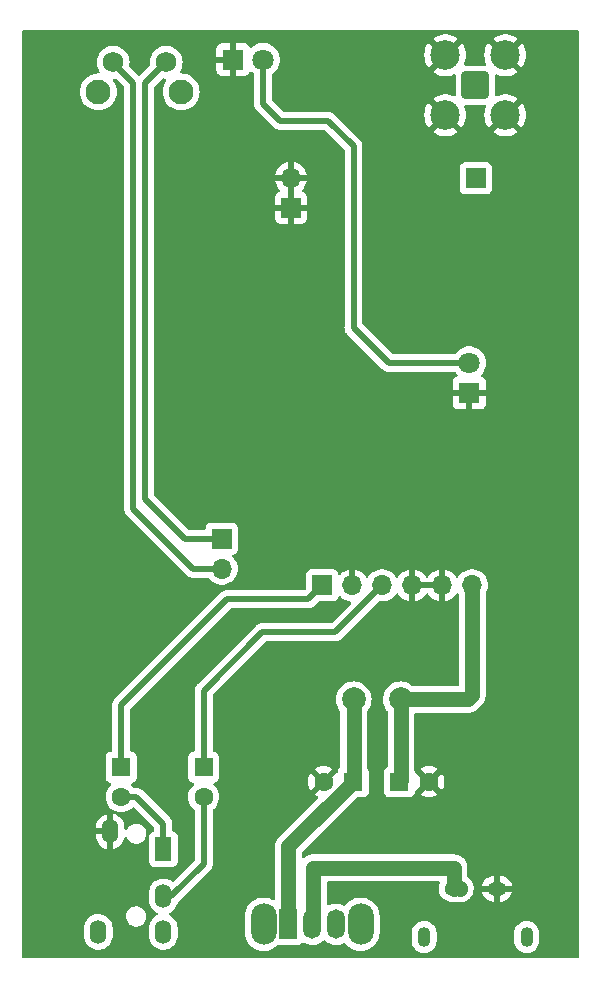
<source format=gbr>
%TF.GenerationSoftware,KiCad,Pcbnew,7.0.11+dfsg-1build4*%
%TF.CreationDate,2024-05-02T22:23:34+02:00*%
%TF.ProjectId,X1-01M-carrier,58312d30-314d-42d6-9361-72726965722e,rev?*%
%TF.SameCoordinates,Original*%
%TF.FileFunction,Copper,L2,Bot*%
%TF.FilePolarity,Positive*%
%FSLAX46Y46*%
G04 Gerber Fmt 4.6, Leading zero omitted, Abs format (unit mm)*
G04 Created by KiCad (PCBNEW 7.0.11+dfsg-1build4) date 2024-05-02 22:23:34*
%MOMM*%
%LPD*%
G01*
G04 APERTURE LIST*
G04 Aperture macros list*
%AMRoundRect*
0 Rectangle with rounded corners*
0 $1 Rounding radius*
0 $2 $3 $4 $5 $6 $7 $8 $9 X,Y pos of 4 corners*
0 Add a 4 corners polygon primitive as box body*
4,1,4,$2,$3,$4,$5,$6,$7,$8,$9,$2,$3,0*
0 Add four circle primitives for the rounded corners*
1,1,$1+$1,$2,$3*
1,1,$1+$1,$4,$5*
1,1,$1+$1,$6,$7*
1,1,$1+$1,$8,$9*
0 Add four rect primitives between the rounded corners*
20,1,$1+$1,$2,$3,$4,$5,0*
20,1,$1+$1,$4,$5,$6,$7,0*
20,1,$1+$1,$6,$7,$8,$9,0*
20,1,$1+$1,$8,$9,$2,$3,0*%
G04 Aperture macros list end*
%TA.AperFunction,ComponentPad*%
%ADD10O,1.700000X1.700000*%
%TD*%
%TA.AperFunction,ComponentPad*%
%ADD11R,1.700000X1.700000*%
%TD*%
%TA.AperFunction,ComponentPad*%
%ADD12C,1.600000*%
%TD*%
%TA.AperFunction,ComponentPad*%
%ADD13R,1.600000X1.600000*%
%TD*%
%TA.AperFunction,ComponentPad*%
%ADD14O,1.400000X2.000000*%
%TD*%
%TA.AperFunction,ComponentPad*%
%ADD15R,1.400000X2.000000*%
%TD*%
%TA.AperFunction,ComponentPad*%
%ADD16O,2.200000X3.500000*%
%TD*%
%TA.AperFunction,ComponentPad*%
%ADD17R,1.500000X2.500000*%
%TD*%
%TA.AperFunction,ComponentPad*%
%ADD18O,1.500000X2.500000*%
%TD*%
%TA.AperFunction,ComponentPad*%
%ADD19C,2.000000*%
%TD*%
%TA.AperFunction,ComponentPad*%
%ADD20O,1.100000X1.700000*%
%TD*%
%TA.AperFunction,ComponentPad*%
%ADD21O,1.600000X1.200000*%
%TD*%
%TA.AperFunction,ComponentPad*%
%ADD22R,1.800000X1.800000*%
%TD*%
%TA.AperFunction,ComponentPad*%
%ADD23C,1.800000*%
%TD*%
%TA.AperFunction,ComponentPad*%
%ADD24C,1.750000*%
%TD*%
%TA.AperFunction,ComponentPad*%
%ADD25C,2.100000*%
%TD*%
%TA.AperFunction,ComponentPad*%
%ADD26C,2.500000*%
%TD*%
%TA.AperFunction,ComponentPad*%
%ADD27RoundRect,0.200100X-0.949900X-0.949900X0.949900X-0.949900X0.949900X0.949900X-0.949900X0.949900X0*%
%TD*%
%TA.AperFunction,ViaPad*%
%ADD28C,0.800000*%
%TD*%
%TA.AperFunction,Conductor*%
%ADD29C,1.250000*%
%TD*%
%TA.AperFunction,Conductor*%
%ADD30C,0.500000*%
%TD*%
%TA.AperFunction,Conductor*%
%ADD31C,0.250000*%
%TD*%
G04 APERTURE END LIST*
D10*
%TO.P,J2,2,Pin_2*%
%TO.N,Net-(J2-Pin_2)*%
X130023112Y-101645800D03*
D11*
%TO.P,J2,1,Pin_1*%
%TO.N,Net-(J2-Pin_1)*%
X130023112Y-99105800D03*
%TD*%
D12*
%TO.P,C2,2*%
%TO.N,Net-(C2-Pad2)*%
X128499112Y-120954800D03*
D13*
%TO.P,C2,1*%
%TO.N,Net-(U2-Right_Channel)*%
X128499112Y-118454800D03*
%TD*%
D14*
%TO.P,J1,*%
%TO.N,*%
X119584112Y-132390300D03*
%TO.P,J1,R1*%
%TO.N,Net-(C2-Pad2)*%
X125084112Y-129390300D03*
%TO.P,J1,R2*%
%TO.N,unconnected-(J1-PadR2)*%
X125084112Y-132390300D03*
%TO.P,J1,S*%
%TO.N,GND*%
X120584112Y-123890300D03*
D15*
%TO.P,J1,T*%
%TO.N,Net-(C1-Pad2)*%
X125084112Y-125390300D03*
%TD*%
D16*
%TO.P,SW1,*%
%TO.N,*%
X133579112Y-131749800D03*
X141779112Y-131749800D03*
D17*
%TO.P,SW1,1,A*%
%TO.N,Net-(SW1-A)*%
X135679112Y-131749800D03*
D18*
%TO.P,SW1,2,B*%
%TO.N,Net-(SW1-B)*%
X137679112Y-131749800D03*
%TO.P,SW1,3,C*%
%TO.N,unconnected-(SW1-C-Pad3)*%
X139679112Y-131749800D03*
%TD*%
D19*
%TO.P,L1,2,2*%
%TO.N,+5V*%
X145199112Y-112699800D03*
%TO.P,L1,1,1*%
%TO.N,Net-(SW1-A)*%
X141199112Y-112699800D03*
%TD*%
D20*
%TO.P,U1,S1,SHIELD*%
%TO.N,unconnected-(U1-SHIELD-PadS1)*%
X155847612Y-132823300D03*
X147157612Y-132823300D03*
D21*
%TO.P,U1,2,VBUS*%
%TO.N,Net-(SW1-B)*%
X149697612Y-128743300D03*
%TO.P,U1,1,GND*%
%TO.N,GND*%
X153317612Y-128743300D03*
%TD*%
D12*
%TO.P,C4,2*%
%TO.N,GND*%
X147574000Y-119684800D03*
D13*
%TO.P,C4,1*%
%TO.N,+5V*%
X145074000Y-119684800D03*
%TD*%
D12*
%TO.P,C3,2*%
%TO.N,GND*%
X138659112Y-119684800D03*
D13*
%TO.P,C3,1*%
%TO.N,Net-(SW1-A)*%
X141159112Y-119684800D03*
%TD*%
D22*
%TO.P,D1,1,K*%
%TO.N,GND*%
X130989112Y-58537300D03*
D23*
%TO.P,D1,2,A*%
%TO.N,Net-(D1-A)*%
X133529112Y-58537300D03*
%TD*%
D24*
%TO.P,SW2,2,2*%
%TO.N,Net-(J2-Pin_1)*%
X125334112Y-58774800D03*
%TO.P,SW2,1,1*%
%TO.N,Net-(J2-Pin_2)*%
X120834112Y-58774800D03*
D25*
%TO.P,SW2,*%
%TO.N,*%
X126594112Y-61264800D03*
X119584112Y-61264800D03*
%TD*%
D26*
%TO.P,J3,2,Ext*%
%TO.N,GND*%
X154026112Y-63251300D03*
X154026112Y-58171300D03*
X148946112Y-63251300D03*
X148946112Y-58171300D03*
D27*
%TO.P,J3,1,In*%
%TO.N,Net-(J3-In)*%
X151486112Y-60711300D03*
%TD*%
D12*
%TO.P,C1,2*%
%TO.N,Net-(C1-Pad2)*%
X121514112Y-120954800D03*
D13*
%TO.P,C1,1*%
%TO.N,Net-(U2-Left_Channel)*%
X121514112Y-118454800D03*
%TD*%
D11*
%TO.P,U2,1,Left_Channel*%
%TO.N,Net-(U2-Left_Channel)*%
X138532112Y-103047800D03*
D10*
%TO.P,U2,2,GND*%
%TO.N,GND*%
X141072112Y-103047800D03*
%TO.P,U2,3,Right_Channel*%
%TO.N,Net-(U2-Right_Channel)*%
X143612112Y-103047800D03*
%TO.P,U2,4,GND*%
%TO.N,GND*%
X146152112Y-103047800D03*
%TO.P,U2,5,GND*%
X148692112Y-103047800D03*
%TO.P,U2,6,+5V*%
%TO.N,+5V*%
X151232112Y-103047800D03*
D22*
%TO.P,U2,7,GND*%
%TO.N,GND*%
X150992112Y-86757800D03*
D23*
%TO.P,U2,8,LED*%
%TO.N,Net-(D1-A)*%
X150992112Y-84217800D03*
D11*
%TO.P,U2,9,Antenna*%
%TO.N,Net-(J3-In)*%
X151542112Y-68587800D03*
D10*
%TO.P,U2,10,GND*%
%TO.N,GND*%
X135892112Y-68547800D03*
D11*
%TO.P,U2,11,GND*%
X135892112Y-71087800D03*
%TD*%
D28*
%TO.N,GND*%
X158659112Y-132506300D03*
X158659112Y-129966300D03*
X158659112Y-127426300D03*
X158659112Y-124886300D03*
X158659112Y-122346300D03*
X158659112Y-119806300D03*
X158659112Y-117266300D03*
X158659112Y-114726300D03*
X158659112Y-112186300D03*
X158659112Y-109646300D03*
X158659112Y-107106300D03*
X158659112Y-104566300D03*
X158659112Y-102026300D03*
X158659112Y-99486300D03*
X158659112Y-96946300D03*
X158659112Y-94406300D03*
X158659112Y-91866300D03*
X158659112Y-89326300D03*
X158659112Y-86786300D03*
X158659112Y-84246300D03*
X158659112Y-81706300D03*
X158659112Y-79166300D03*
X158659112Y-76626300D03*
X158659112Y-74086300D03*
X158659112Y-71546300D03*
X158659112Y-69006300D03*
X158659112Y-66466300D03*
X158659112Y-63926300D03*
X158659112Y-61386300D03*
X158659112Y-58846300D03*
X156119112Y-129966300D03*
X156119112Y-127426300D03*
X156119112Y-124886300D03*
X156119112Y-122346300D03*
X156119112Y-119806300D03*
X156119112Y-117266300D03*
X156119112Y-114726300D03*
X156119112Y-112186300D03*
X156119112Y-109646300D03*
X156119112Y-107106300D03*
X156119112Y-104566300D03*
X156119112Y-102026300D03*
X156119112Y-99486300D03*
X156119112Y-96946300D03*
X156119112Y-94406300D03*
X156119112Y-91866300D03*
X156119112Y-89326300D03*
X156119112Y-86786300D03*
X156119112Y-84246300D03*
X156119112Y-81706300D03*
X156119112Y-79166300D03*
X156119112Y-76626300D03*
X156119112Y-74086300D03*
X156119112Y-71546300D03*
X156119112Y-69006300D03*
X156119112Y-66466300D03*
X156119112Y-61386300D03*
X153579112Y-132506300D03*
X153579112Y-124886300D03*
X153579112Y-122346300D03*
X153579112Y-119806300D03*
X153579112Y-117266300D03*
X153579112Y-114726300D03*
X153579112Y-112186300D03*
X153579112Y-109646300D03*
X153579112Y-107106300D03*
X153579112Y-104566300D03*
X153579112Y-102026300D03*
X153579112Y-99486300D03*
X153579112Y-96946300D03*
X153579112Y-94406300D03*
X153579112Y-91866300D03*
X153579112Y-89326300D03*
X153579112Y-86786300D03*
X153579112Y-84246300D03*
X153579112Y-81706300D03*
X153579112Y-79166300D03*
X153579112Y-76626300D03*
X153579112Y-74086300D03*
X153579112Y-71546300D03*
X153579112Y-69006300D03*
X153579112Y-66466300D03*
X151039112Y-132506300D03*
X151039112Y-124886300D03*
X151039112Y-122346300D03*
X151039112Y-119806300D03*
X151039112Y-117266300D03*
X151039112Y-114726300D03*
X151039112Y-99486300D03*
X151039112Y-96946300D03*
X151039112Y-94406300D03*
X151039112Y-91866300D03*
X151039112Y-89326300D03*
X151039112Y-81706300D03*
X151039112Y-79166300D03*
X151039112Y-76626300D03*
X151039112Y-74086300D03*
X151039112Y-71546300D03*
X148499112Y-124886300D03*
X148499112Y-122346300D03*
X148499112Y-117266300D03*
X148499112Y-114726300D03*
X148499112Y-109646300D03*
X148499112Y-107106300D03*
X148499112Y-99486300D03*
X148499112Y-96946300D03*
X148499112Y-94406300D03*
X148499112Y-91866300D03*
X148499112Y-89326300D03*
X148499112Y-86786300D03*
X148499112Y-81706300D03*
X148499112Y-79166300D03*
X148499112Y-76626300D03*
X148499112Y-74086300D03*
X148499112Y-71546300D03*
X148499112Y-69006300D03*
X148499112Y-66466300D03*
X145959112Y-129966300D03*
X145959112Y-124886300D03*
X145959112Y-122346300D03*
X145959112Y-109646300D03*
X145959112Y-107106300D03*
X145959112Y-99486300D03*
X145959112Y-96946300D03*
X145959112Y-94406300D03*
X145959112Y-91866300D03*
X145959112Y-89326300D03*
X145959112Y-86786300D03*
X145959112Y-81706300D03*
X145959112Y-79166300D03*
X145959112Y-76626300D03*
X145959112Y-74086300D03*
X145959112Y-71546300D03*
X145959112Y-69006300D03*
X145959112Y-66466300D03*
X145959112Y-63926300D03*
X145959112Y-61386300D03*
X145959112Y-58846300D03*
X143419112Y-124886300D03*
X143419112Y-122346300D03*
X143419112Y-117266300D03*
X143419112Y-114726300D03*
X143419112Y-109646300D03*
X143419112Y-107106300D03*
X143419112Y-99486300D03*
X143419112Y-96946300D03*
X143419112Y-94406300D03*
X143419112Y-91866300D03*
X143419112Y-89326300D03*
X143419112Y-86786300D03*
X143419112Y-79166300D03*
X143419112Y-76626300D03*
X143419112Y-74086300D03*
X143419112Y-71546300D03*
X143419112Y-69006300D03*
X143419112Y-66466300D03*
X143419112Y-63926300D03*
X143419112Y-61386300D03*
X143419112Y-58846300D03*
X140879112Y-124886300D03*
X140879112Y-109646300D03*
X140879112Y-99486300D03*
X140879112Y-96946300D03*
X140879112Y-94406300D03*
X140879112Y-91866300D03*
X140879112Y-89326300D03*
X140879112Y-86786300D03*
X140879112Y-84246300D03*
X140879112Y-61386300D03*
X140879112Y-58846300D03*
X138339112Y-117266300D03*
X138339112Y-114726300D03*
X138339112Y-112186300D03*
X138339112Y-109646300D03*
X138339112Y-99486300D03*
X138339112Y-96946300D03*
X138339112Y-94406300D03*
X138339112Y-91866300D03*
X138339112Y-89326300D03*
X138339112Y-86786300D03*
X138339112Y-84246300D03*
X138339112Y-81706300D03*
X138339112Y-79166300D03*
X138339112Y-76626300D03*
X138339112Y-74086300D03*
X138339112Y-71546300D03*
X138339112Y-69006300D03*
X138339112Y-66466300D03*
X138339112Y-61386300D03*
X138339112Y-58846300D03*
X135799112Y-119806300D03*
X135799112Y-117266300D03*
X135799112Y-114726300D03*
X135799112Y-112186300D03*
X135799112Y-109646300D03*
X135799112Y-102026300D03*
X135799112Y-99486300D03*
X135799112Y-96946300D03*
X135799112Y-94406300D03*
X135799112Y-91866300D03*
X135799112Y-89326300D03*
X135799112Y-86786300D03*
X135799112Y-84246300D03*
X135799112Y-81706300D03*
X135799112Y-79166300D03*
X135799112Y-76626300D03*
X135799112Y-74086300D03*
X135799112Y-66466300D03*
X135799112Y-61386300D03*
X135799112Y-58846300D03*
X133259112Y-127426300D03*
X133259112Y-124886300D03*
X133259112Y-122346300D03*
X133259112Y-119806300D03*
X133259112Y-117266300D03*
X133259112Y-114726300D03*
X133259112Y-112186300D03*
X133259112Y-109646300D03*
X133259112Y-102026300D03*
X133259112Y-99486300D03*
X133259112Y-96946300D03*
X133259112Y-94406300D03*
X133259112Y-91866300D03*
X133259112Y-89326300D03*
X133259112Y-86786300D03*
X133259112Y-84246300D03*
X133259112Y-81706300D03*
X133259112Y-79166300D03*
X133259112Y-76626300D03*
X133259112Y-74086300D03*
X133259112Y-71546300D03*
X133259112Y-69006300D03*
X133259112Y-66466300D03*
X130719112Y-132506300D03*
X130719112Y-129966300D03*
X130719112Y-127426300D03*
X130719112Y-124886300D03*
X130719112Y-122346300D03*
X130719112Y-119806300D03*
X130719112Y-117266300D03*
X130719112Y-114726300D03*
X130719112Y-112186300D03*
X130719112Y-107106300D03*
X130719112Y-96946300D03*
X130719112Y-94406300D03*
X130719112Y-91866300D03*
X130719112Y-89326300D03*
X130719112Y-86786300D03*
X130719112Y-84246300D03*
X130719112Y-81706300D03*
X130719112Y-79166300D03*
X130719112Y-76626300D03*
X130719112Y-74086300D03*
X130719112Y-71546300D03*
X130719112Y-69006300D03*
X130719112Y-66466300D03*
X130719112Y-63926300D03*
X130719112Y-61386300D03*
X128179112Y-132506300D03*
X128179112Y-129966300D03*
X128179112Y-109646300D03*
X128179112Y-96946300D03*
X128179112Y-94406300D03*
X128179112Y-91866300D03*
X128179112Y-89326300D03*
X128179112Y-86786300D03*
X128179112Y-84246300D03*
X128179112Y-81706300D03*
X128179112Y-79166300D03*
X128179112Y-76626300D03*
X128179112Y-74086300D03*
X128179112Y-71546300D03*
X128179112Y-69006300D03*
X128179112Y-66466300D03*
X128179112Y-63926300D03*
X128179112Y-58846300D03*
X125639112Y-119806300D03*
X125639112Y-117266300D03*
X125639112Y-114726300D03*
X125639112Y-112186300D03*
X125639112Y-104566300D03*
X125639112Y-102026300D03*
X125639112Y-94406300D03*
X125639112Y-91866300D03*
X125639112Y-89326300D03*
X125639112Y-86786300D03*
X125639112Y-84246300D03*
X125639112Y-81706300D03*
X125639112Y-79166300D03*
X125639112Y-76626300D03*
X125639112Y-74086300D03*
X125639112Y-71546300D03*
X125639112Y-69006300D03*
X125639112Y-66466300D03*
X125639112Y-63926300D03*
X123099112Y-127426300D03*
X123099112Y-114726300D03*
X123099112Y-107106300D03*
X123099112Y-104566300D03*
X123099112Y-102026300D03*
X123099112Y-99486300D03*
X120559112Y-129966300D03*
X120559112Y-127426300D03*
X120559112Y-109646300D03*
X120559112Y-107106300D03*
X120559112Y-104566300D03*
X120559112Y-102026300D03*
X120559112Y-99486300D03*
X120559112Y-96946300D03*
X120559112Y-94406300D03*
X120559112Y-91866300D03*
X120559112Y-89326300D03*
X120559112Y-86786300D03*
X120559112Y-84246300D03*
X120559112Y-81706300D03*
X120559112Y-79166300D03*
X120559112Y-76626300D03*
X120559112Y-74086300D03*
X120559112Y-71546300D03*
X120559112Y-69006300D03*
X120559112Y-66466300D03*
X120559112Y-63926300D03*
X118019112Y-129966300D03*
X118019112Y-127426300D03*
X118019112Y-124886300D03*
X118019112Y-122346300D03*
X118019112Y-119806300D03*
X118019112Y-117266300D03*
X118019112Y-114726300D03*
X118019112Y-112186300D03*
X118019112Y-109646300D03*
X118019112Y-107106300D03*
X118019112Y-104566300D03*
X118019112Y-102026300D03*
X118019112Y-99486300D03*
X118019112Y-96946300D03*
X118019112Y-94406300D03*
X118019112Y-91866300D03*
X118019112Y-89326300D03*
X118019112Y-86786300D03*
X118019112Y-84246300D03*
X118019112Y-81706300D03*
X118019112Y-79166300D03*
X118019112Y-76626300D03*
X118019112Y-74086300D03*
X118019112Y-71546300D03*
X118019112Y-69006300D03*
X118019112Y-66466300D03*
X118019112Y-63926300D03*
X118019112Y-58846300D03*
X115479112Y-132506300D03*
X115479112Y-129966300D03*
X115479112Y-127426300D03*
X115479112Y-124886300D03*
X115479112Y-122346300D03*
X115479112Y-119806300D03*
X115479112Y-117266300D03*
X115479112Y-114726300D03*
X115479112Y-112186300D03*
X115479112Y-109646300D03*
X115479112Y-107106300D03*
X115479112Y-104566300D03*
X115479112Y-102026300D03*
X115479112Y-99486300D03*
X115479112Y-96946300D03*
X115479112Y-94406300D03*
X115479112Y-91866300D03*
X115479112Y-89326300D03*
X115479112Y-86786300D03*
X115479112Y-84246300D03*
X115479112Y-81706300D03*
X115479112Y-79166300D03*
X115479112Y-76626300D03*
X115479112Y-74086300D03*
X115479112Y-71546300D03*
X115479112Y-69006300D03*
X115479112Y-66466300D03*
X115479112Y-63926300D03*
X115479112Y-61386300D03*
X115479112Y-58846300D03*
%TD*%
D29*
%TO.N,Net-(SW1-B)*%
X137775612Y-126965300D02*
X149692112Y-126965300D01*
X149692112Y-126965300D02*
X149692112Y-128737800D01*
X149692112Y-128737800D02*
X149697612Y-128743300D01*
X150221612Y-128721800D02*
X150200112Y-128743300D01*
D30*
%TO.N,Net-(D1-A)*%
X141183112Y-65878300D02*
X141183112Y-81245300D01*
X134960112Y-63719300D02*
X139024112Y-63719300D01*
X133529112Y-58537300D02*
X133529112Y-62288300D01*
X141183112Y-81245300D02*
X144155612Y-84217800D01*
X144155612Y-84217800D02*
X150992112Y-84217800D01*
X133529112Y-62288300D02*
X134960112Y-63719300D01*
X139024112Y-63719300D02*
X141183112Y-65878300D01*
%TO.N,Net-(C1-Pad2)*%
X125084112Y-123254800D02*
X125084112Y-125390300D01*
%TO.N,Net-(C2-Pad2)*%
X125084112Y-129390300D02*
X125758612Y-129390300D01*
X125758612Y-129390300D02*
X128499112Y-126649800D01*
%TO.N,Net-(J2-Pin_1)*%
X125334112Y-58774800D02*
X125299612Y-58774800D01*
X123530112Y-60544300D02*
X123530112Y-95723300D01*
X126912612Y-99105800D02*
X130023112Y-99105800D01*
X125299612Y-58774800D02*
X123530112Y-60544300D01*
X123530112Y-95723300D02*
X126912612Y-99105800D01*
%TO.N,Net-(J2-Pin_2)*%
X130023112Y-101645800D02*
X127605112Y-101645800D01*
X127605112Y-101645800D02*
X122514112Y-96554800D01*
X122514112Y-96554800D02*
X122514112Y-60499550D01*
X122514112Y-60499550D02*
X120834112Y-58819550D01*
X120834112Y-58819550D02*
X120834112Y-58774800D01*
D29*
%TO.N,Net-(SW1-B)*%
X137775612Y-126965300D02*
X137775612Y-131653300D01*
X137775612Y-131653300D02*
X137679112Y-131749800D01*
D30*
%TO.N,Net-(U2-Left_Channel)*%
X121514112Y-118454800D02*
X121514112Y-113207800D01*
X121514112Y-113207800D02*
X130489612Y-104232300D01*
X137347612Y-104232300D02*
X138532112Y-103047800D01*
X130489612Y-104232300D02*
X137347612Y-104232300D01*
%TO.N,Net-(U2-Right_Channel)*%
X128499112Y-111963300D02*
X133436112Y-107026300D01*
X139633612Y-107026300D02*
X143612112Y-103047800D01*
X128499112Y-118454800D02*
X128499112Y-111963300D01*
X133436112Y-107026300D02*
X139633612Y-107026300D01*
D29*
%TO.N,+5V*%
X145199112Y-112699800D02*
X150876612Y-112699800D01*
X150876612Y-112699800D02*
X151232112Y-112344300D01*
X151232112Y-112344300D02*
X151232112Y-103047800D01*
X145199112Y-112699800D02*
X145199112Y-119559688D01*
D30*
X145074000Y-119684800D02*
X145074000Y-119114688D01*
D29*
X145199112Y-119559688D02*
X145074000Y-119684800D01*
D30*
%TO.N,Net-(C1-Pad2)*%
X122784112Y-120954800D02*
X125084112Y-123254800D01*
X121514112Y-120954800D02*
X122784112Y-120954800D01*
%TO.N,Net-(C2-Pad2)*%
X128499112Y-120954800D02*
X128499112Y-126649800D01*
D31*
%TO.N,Net-(J2-Pin_2)*%
X121519112Y-59249800D02*
X121519112Y-59437300D01*
D29*
%TO.N,Net-(SW1-A)*%
X141199112Y-119644800D02*
X141199112Y-112699800D01*
X141159112Y-119684800D02*
X141199112Y-119644800D01*
X135679112Y-125164800D02*
X141159112Y-119684800D01*
X135679112Y-131749800D02*
X135679112Y-125164800D01*
%TD*%
%TA.AperFunction,Conductor*%
%TO.N,GND*%
G36*
X148232619Y-102837956D02*
G01*
X148192112Y-102975911D01*
X148192112Y-103119689D01*
X148232619Y-103257644D01*
X148260996Y-103301800D01*
X146583228Y-103301800D01*
X146611605Y-103257644D01*
X146652112Y-103119689D01*
X146652112Y-102975911D01*
X146611605Y-102837956D01*
X146583228Y-102793800D01*
X148260996Y-102793800D01*
X148232619Y-102837956D01*
G37*
%TD.AperFunction*%
%TA.AperFunction,Conductor*%
G36*
X136146112Y-70654125D02*
G01*
X136034427Y-70603120D01*
X135927875Y-70587800D01*
X135856349Y-70587800D01*
X135749797Y-70603120D01*
X135638112Y-70654125D01*
X135638112Y-68981474D01*
X135749797Y-69032480D01*
X135856349Y-69047800D01*
X135927875Y-69047800D01*
X136034427Y-69032480D01*
X136146112Y-68981474D01*
X136146112Y-70654125D01*
G37*
%TD.AperFunction*%
%TA.AperFunction,Conductor*%
G36*
X160251433Y-56093902D02*
G01*
X160297926Y-56147558D01*
X160309312Y-56199900D01*
X160309312Y-134484700D01*
X160289310Y-134552821D01*
X160235654Y-134599314D01*
X160183312Y-134610700D01*
X113216712Y-134610700D01*
X113148591Y-134590698D01*
X113102098Y-134537042D01*
X113090712Y-134484700D01*
X113090712Y-132744576D01*
X118375612Y-132744576D01*
X118380517Y-132799070D01*
X118390227Y-132906959D01*
X118390229Y-132906970D01*
X118448096Y-133116644D01*
X118448101Y-133116658D01*
X118542480Y-133312639D01*
X118542485Y-133312647D01*
X118670346Y-133488633D01*
X118670347Y-133488634D01*
X118827576Y-133638961D01*
X118941584Y-133714217D01*
X119009127Y-133758801D01*
X119209155Y-133844298D01*
X119209156Y-133844298D01*
X119209158Y-133844299D01*
X119270666Y-133858337D01*
X119421235Y-133892704D01*
X119638550Y-133902463D01*
X119854116Y-133873263D01*
X120061003Y-133806041D01*
X120252562Y-133702959D01*
X120422637Y-133567328D01*
X120565761Y-133403510D01*
X120590258Y-133362510D01*
X120677327Y-133216780D01*
X120677327Y-133216778D01*
X120677334Y-133216768D01*
X120753770Y-133013105D01*
X120773033Y-132906958D01*
X120792612Y-132799070D01*
X120792612Y-132036030D01*
X120792612Y-132036024D01*
X120777997Y-131873642D01*
X120777995Y-131873635D01*
X120777994Y-131873629D01*
X120720127Y-131663955D01*
X120720125Y-131663947D01*
X120636851Y-131491026D01*
X120625743Y-131467960D01*
X120625738Y-131467952D01*
X120517647Y-131319177D01*
X120497878Y-131291967D01*
X120431722Y-131228715D01*
X120340647Y-131141638D01*
X120192705Y-131043983D01*
X121929852Y-131043983D01*
X121939866Y-131228704D01*
X121939868Y-131228715D01*
X121989355Y-131406951D01*
X121989358Y-131406959D01*
X122076011Y-131570404D01*
X122138653Y-131644151D01*
X122195775Y-131711400D01*
X122274666Y-131771371D01*
X122343051Y-131823356D01*
X122510945Y-131901032D01*
X122691615Y-131940800D01*
X122691618Y-131940800D01*
X122830217Y-131940800D01*
X122830225Y-131940800D01*
X122841477Y-131939576D01*
X122968015Y-131925815D01*
X122968017Y-131925814D01*
X122968022Y-131925814D01*
X123143333Y-131866744D01*
X123301848Y-131771370D01*
X123436153Y-131644149D01*
X123539970Y-131491030D01*
X123549164Y-131467956D01*
X123608442Y-131319177D01*
X123608443Y-131319174D01*
X123638372Y-131136617D01*
X123628357Y-130951893D01*
X123624028Y-130936302D01*
X123578868Y-130773648D01*
X123578867Y-130773647D01*
X123578866Y-130773641D01*
X123538153Y-130696849D01*
X123492212Y-130610195D01*
X123372454Y-130469206D01*
X123372449Y-130469200D01*
X123225176Y-130357246D01*
X123225175Y-130357245D01*
X123225172Y-130357243D01*
X123057278Y-130279567D01*
X122876615Y-130239801D01*
X122876612Y-130239800D01*
X122876609Y-130239800D01*
X122737999Y-130239800D01*
X122737989Y-130239800D01*
X122600208Y-130254784D01*
X122600199Y-130254786D01*
X122424891Y-130313855D01*
X122424888Y-130313857D01*
X122266378Y-130409228D01*
X122266377Y-130409229D01*
X122132073Y-130536448D01*
X122028251Y-130689573D01*
X121959781Y-130861422D01*
X121959780Y-130861425D01*
X121929852Y-131043982D01*
X121929852Y-131043983D01*
X120192705Y-131043983D01*
X120159101Y-131021801D01*
X120159098Y-131021800D01*
X120159097Y-131021799D01*
X120005653Y-130956213D01*
X119959065Y-130936300D01*
X119746989Y-130887896D01*
X119529677Y-130878137D01*
X119529676Y-130878137D01*
X119529674Y-130878137D01*
X119437288Y-130890651D01*
X119314104Y-130907337D01*
X119107215Y-130974561D01*
X118915667Y-131077637D01*
X118915660Y-131077641D01*
X118745585Y-131213273D01*
X118602461Y-131377090D01*
X118490896Y-131563819D01*
X118490891Y-131563829D01*
X118414452Y-131767499D01*
X118375612Y-131981529D01*
X118375612Y-131981533D01*
X118375612Y-132744576D01*
X113090712Y-132744576D01*
X113090712Y-124244546D01*
X119376112Y-124244546D01*
X119390721Y-124406870D01*
X119390723Y-124406881D01*
X119448566Y-124616468D01*
X119448571Y-124616482D01*
X119542911Y-124812382D01*
X119542916Y-124812390D01*
X119670724Y-124988303D01*
X119670725Y-124988304D01*
X119827889Y-125138568D01*
X120009361Y-125258357D01*
X120009373Y-125258363D01*
X120209298Y-125343815D01*
X120209315Y-125343821D01*
X120330111Y-125371391D01*
X120330112Y-125371391D01*
X120330112Y-124349950D01*
X120358569Y-124395910D01*
X120448074Y-124463501D01*
X120555952Y-124494195D01*
X120667633Y-124483846D01*
X120768034Y-124433852D01*
X120838112Y-124356981D01*
X120838112Y-125374924D01*
X120838113Y-125374925D01*
X120853992Y-125372775D01*
X120854011Y-125372770D01*
X121060802Y-125305581D01*
X121060803Y-125305581D01*
X121252280Y-125202543D01*
X121252287Y-125202539D01*
X121422291Y-125066964D01*
X121565356Y-124903214D01*
X121676875Y-124716562D01*
X121676880Y-124716552D01*
X121753287Y-124512966D01*
X121762878Y-124460115D01*
X121794721Y-124396660D01*
X121855815Y-124360494D01*
X121926764Y-124363099D01*
X121985041Y-124403648D01*
X121998175Y-124423591D01*
X122076011Y-124570403D01*
X122169809Y-124680830D01*
X122195775Y-124711400D01*
X122343048Y-124823354D01*
X122343051Y-124823356D01*
X122436833Y-124866744D01*
X122510945Y-124901032D01*
X122691615Y-124940800D01*
X122691618Y-124940800D01*
X122830217Y-124940800D01*
X122830225Y-124940800D01*
X122841477Y-124939576D01*
X122968015Y-124925815D01*
X122968017Y-124925814D01*
X122968022Y-124925814D01*
X123143333Y-124866744D01*
X123301848Y-124771370D01*
X123436153Y-124644149D01*
X123539970Y-124491030D01*
X123542833Y-124483846D01*
X123608442Y-124319177D01*
X123608443Y-124319174D01*
X123613401Y-124288933D01*
X123638372Y-124136617D01*
X123628357Y-123951893D01*
X123624891Y-123939411D01*
X123578868Y-123773648D01*
X123578867Y-123773647D01*
X123578866Y-123773641D01*
X123506052Y-123636300D01*
X123492212Y-123610195D01*
X123372454Y-123469206D01*
X123372449Y-123469200D01*
X123225176Y-123357246D01*
X123225175Y-123357245D01*
X123225172Y-123357243D01*
X123057278Y-123279567D01*
X122876615Y-123239801D01*
X122876612Y-123239800D01*
X122876609Y-123239800D01*
X122737999Y-123239800D01*
X122737989Y-123239800D01*
X122600208Y-123254784D01*
X122600199Y-123254786D01*
X122424891Y-123313855D01*
X122424888Y-123313857D01*
X122266378Y-123409228D01*
X122266377Y-123409229D01*
X122132073Y-123536448D01*
X122132071Y-123536451D01*
X122082072Y-123610195D01*
X122024420Y-123695225D01*
X122022809Y-123694133D01*
X121979851Y-123738160D01*
X121910668Y-123754103D01*
X121843848Y-123730111D01*
X121800606Y-123673802D01*
X121792112Y-123628323D01*
X121792112Y-123536053D01*
X121777502Y-123373729D01*
X121777500Y-123373718D01*
X121719657Y-123164131D01*
X121719652Y-123164117D01*
X121625312Y-122968217D01*
X121625307Y-122968209D01*
X121497499Y-122792296D01*
X121497498Y-122792295D01*
X121340334Y-122642031D01*
X121158862Y-122522242D01*
X121158860Y-122522241D01*
X120958907Y-122436778D01*
X120838112Y-122409207D01*
X120838112Y-123430649D01*
X120809655Y-123384690D01*
X120720150Y-123317099D01*
X120612272Y-123286405D01*
X120500591Y-123296754D01*
X120400190Y-123346748D01*
X120330112Y-123423618D01*
X120330112Y-122405673D01*
X120330111Y-122405673D01*
X120314219Y-122407826D01*
X120107419Y-122475019D01*
X119915943Y-122578056D01*
X119915936Y-122578060D01*
X119745932Y-122713635D01*
X119602867Y-122877385D01*
X119491348Y-123064037D01*
X119491343Y-123064047D01*
X119414936Y-123267632D01*
X119376112Y-123481574D01*
X119376112Y-123636300D01*
X120284112Y-123636300D01*
X120284112Y-124144300D01*
X119376112Y-124144300D01*
X119376112Y-124244546D01*
X113090712Y-124244546D01*
X113090712Y-120954800D01*
X120200614Y-120954800D01*
X120220569Y-121182887D01*
X120279828Y-121404043D01*
X120376589Y-121611549D01*
X120507914Y-121799100D01*
X120669812Y-121960998D01*
X120857363Y-122092323D01*
X121064869Y-122189084D01*
X121286025Y-122248343D01*
X121514112Y-122268298D01*
X121742199Y-122248343D01*
X121963355Y-122189084D01*
X122170861Y-122092323D01*
X122358412Y-121960998D01*
X122448928Y-121870481D01*
X122511236Y-121836459D01*
X122582052Y-121841523D01*
X122627115Y-121870484D01*
X124288707Y-123532076D01*
X124322733Y-123594388D01*
X124325612Y-123621171D01*
X124325612Y-123781917D01*
X124305610Y-123850038D01*
X124251954Y-123896531D01*
X124243645Y-123899972D01*
X124137909Y-123939410D01*
X124137904Y-123939412D01*
X124020850Y-124027038D01*
X123933224Y-124144092D01*
X123933222Y-124144097D01*
X123882123Y-124281095D01*
X123882121Y-124281103D01*
X123875612Y-124341650D01*
X123875612Y-126438949D01*
X123882121Y-126499496D01*
X123882123Y-126499504D01*
X123933222Y-126636502D01*
X123933224Y-126636507D01*
X124020850Y-126753561D01*
X124137904Y-126841187D01*
X124137906Y-126841188D01*
X124137908Y-126841189D01*
X124196987Y-126863224D01*
X124274907Y-126892288D01*
X124274915Y-126892290D01*
X124335462Y-126898799D01*
X124335467Y-126898799D01*
X124335474Y-126898800D01*
X124335480Y-126898800D01*
X125832744Y-126898800D01*
X125832750Y-126898800D01*
X125832757Y-126898799D01*
X125832761Y-126898799D01*
X125893308Y-126892290D01*
X125893311Y-126892289D01*
X125893313Y-126892289D01*
X125899456Y-126889998D01*
X125922467Y-126881415D01*
X126030316Y-126841189D01*
X126147373Y-126753561D01*
X126150185Y-126749805D01*
X126234999Y-126636507D01*
X126234999Y-126636506D01*
X126235001Y-126636504D01*
X126286101Y-126499501D01*
X126288999Y-126472551D01*
X126292611Y-126438949D01*
X126292612Y-126438932D01*
X126292612Y-124341667D01*
X126292611Y-124341650D01*
X126286102Y-124281103D01*
X126286100Y-124281095D01*
X126235001Y-124144097D01*
X126234999Y-124144092D01*
X126147373Y-124027038D01*
X126030319Y-123939412D01*
X126030314Y-123939410D01*
X125924579Y-123899972D01*
X125867743Y-123857425D01*
X125842933Y-123790905D01*
X125842612Y-123781917D01*
X125842612Y-123319235D01*
X125843943Y-123300972D01*
X125847078Y-123279568D01*
X125847453Y-123277011D01*
X125843091Y-123227151D01*
X125842612Y-123216171D01*
X125842612Y-123210625D01*
X125842612Y-123210620D01*
X125838975Y-123179512D01*
X125838604Y-123175880D01*
X125831999Y-123100373D01*
X125831998Y-123100369D01*
X125830515Y-123093187D01*
X125830581Y-123093173D01*
X125828951Y-123085819D01*
X125828885Y-123085835D01*
X125827191Y-123078690D01*
X125827191Y-123078687D01*
X125801249Y-123007412D01*
X125800075Y-123004034D01*
X125776227Y-122932064D01*
X125773126Y-122925415D01*
X125773188Y-122925386D01*
X125769903Y-122918600D01*
X125769843Y-122918631D01*
X125766546Y-122912067D01*
X125724887Y-122848725D01*
X125722919Y-122845636D01*
X125683143Y-122781151D01*
X125683142Y-122781149D01*
X125683139Y-122781146D01*
X125678589Y-122775391D01*
X125678642Y-122775348D01*
X125673878Y-122769500D01*
X125673827Y-122769544D01*
X125669110Y-122763922D01*
X125613938Y-122711870D01*
X125611309Y-122709316D01*
X123366020Y-120464027D01*
X123354048Y-120450175D01*
X123339581Y-120430742D01*
X123331308Y-120423800D01*
X123301241Y-120398570D01*
X123293139Y-120391145D01*
X123289218Y-120387224D01*
X123264640Y-120367789D01*
X123261803Y-120365478D01*
X123203747Y-120316764D01*
X123197618Y-120312733D01*
X123197653Y-120312678D01*
X123191299Y-120308629D01*
X123191265Y-120308686D01*
X123185018Y-120304833D01*
X123116317Y-120272796D01*
X123113021Y-120271201D01*
X123045300Y-120237191D01*
X123045298Y-120237190D01*
X123045295Y-120237189D01*
X123038401Y-120234680D01*
X123038423Y-120234617D01*
X123031301Y-120232141D01*
X123031281Y-120232204D01*
X123024323Y-120229898D01*
X122950054Y-120214562D01*
X122946479Y-120213769D01*
X122872768Y-120196300D01*
X122865479Y-120195448D01*
X122865486Y-120195380D01*
X122857989Y-120194614D01*
X122857984Y-120194681D01*
X122850671Y-120194041D01*
X122850670Y-120194041D01*
X122804651Y-120195380D01*
X122774853Y-120196247D01*
X122771189Y-120196300D01*
X122645980Y-120196300D01*
X122577859Y-120176298D01*
X122542768Y-120142572D01*
X122520314Y-120110506D01*
X122520312Y-120110503D01*
X122520310Y-120110500D01*
X122374972Y-119965162D01*
X122340946Y-119902850D01*
X122346011Y-119832035D01*
X122388558Y-119775199D01*
X122420034Y-119758011D01*
X122423309Y-119756789D01*
X122423313Y-119756789D01*
X122560316Y-119705689D01*
X122677373Y-119618061D01*
X122765001Y-119501004D01*
X122816101Y-119364001D01*
X122820231Y-119325590D01*
X122822611Y-119303449D01*
X122822612Y-119303432D01*
X122822612Y-117606167D01*
X122822611Y-117606150D01*
X122816102Y-117545603D01*
X122816100Y-117545595D01*
X122765001Y-117408597D01*
X122764999Y-117408592D01*
X122677373Y-117291538D01*
X122560319Y-117203912D01*
X122560314Y-117203910D01*
X122423316Y-117152811D01*
X122423308Y-117152809D01*
X122385144Y-117148707D01*
X122319551Y-117121538D01*
X122279060Y-117063220D01*
X122272612Y-117023429D01*
X122272612Y-113574171D01*
X122292614Y-113506050D01*
X122309517Y-113485076D01*
X130766888Y-105027705D01*
X130829200Y-104993679D01*
X130855983Y-104990800D01*
X137283171Y-104990800D01*
X137301431Y-104992130D01*
X137307101Y-104992960D01*
X137325401Y-104995641D01*
X137375258Y-104991278D01*
X137386239Y-104990800D01*
X137391787Y-104990800D01*
X137391792Y-104990800D01*
X137422899Y-104987163D01*
X137426501Y-104986795D01*
X137502038Y-104980187D01*
X137502042Y-104980185D01*
X137509230Y-104978702D01*
X137509243Y-104978768D01*
X137516599Y-104977136D01*
X137516584Y-104977071D01*
X137523714Y-104975380D01*
X137523725Y-104975379D01*
X137595012Y-104949432D01*
X137598381Y-104948261D01*
X137670350Y-104924414D01*
X137670359Y-104924408D01*
X137677001Y-104921312D01*
X137677030Y-104921374D01*
X137683815Y-104918089D01*
X137683785Y-104918029D01*
X137690336Y-104914737D01*
X137690344Y-104914735D01*
X137753703Y-104873061D01*
X137756773Y-104871106D01*
X137821263Y-104831330D01*
X137821271Y-104831321D01*
X137827020Y-104826777D01*
X137827063Y-104826831D01*
X137832905Y-104822072D01*
X137832862Y-104822020D01*
X137838480Y-104817305D01*
X137838480Y-104817304D01*
X137838486Y-104817301D01*
X137890558Y-104762106D01*
X137893044Y-104759547D01*
X138209389Y-104443204D01*
X138271701Y-104409179D01*
X138298484Y-104406300D01*
X139430744Y-104406300D01*
X139430750Y-104406300D01*
X139430757Y-104406299D01*
X139430761Y-104406299D01*
X139491308Y-104399790D01*
X139491311Y-104399789D01*
X139491313Y-104399789D01*
X139498161Y-104397235D01*
X139511662Y-104392199D01*
X139628316Y-104348689D01*
X139698511Y-104296142D01*
X139745373Y-104261061D01*
X139832998Y-104144008D01*
X139832997Y-104144008D01*
X139833001Y-104144004D01*
X139877308Y-104025213D01*
X139919853Y-103968381D01*
X139986374Y-103943570D01*
X140055748Y-103958662D01*
X140088064Y-103983912D01*
X140149209Y-104050334D01*
X140326810Y-104188567D01*
X140326811Y-104188568D01*
X140524740Y-104295682D01*
X140524742Y-104295683D01*
X140737595Y-104368755D01*
X140737602Y-104368757D01*
X140908262Y-104397235D01*
X140972161Y-104428177D01*
X141009189Y-104488753D01*
X141007588Y-104559732D01*
X140976618Y-104610612D01*
X139356336Y-106230895D01*
X139294024Y-106264920D01*
X139267241Y-106267800D01*
X133500553Y-106267800D01*
X133482293Y-106266470D01*
X133458324Y-106262959D01*
X133458323Y-106262959D01*
X133418193Y-106266470D01*
X133408466Y-106267321D01*
X133397485Y-106267800D01*
X133391926Y-106267800D01*
X133360821Y-106271435D01*
X133357179Y-106271807D01*
X133281689Y-106278412D01*
X133274498Y-106279897D01*
X133274484Y-106279832D01*
X133267126Y-106281463D01*
X133267142Y-106281528D01*
X133260003Y-106283220D01*
X133260000Y-106283220D01*
X133259999Y-106283221D01*
X133230268Y-106294041D01*
X133188766Y-106309146D01*
X133185310Y-106310347D01*
X133113371Y-106334186D01*
X133106725Y-106337286D01*
X133106697Y-106337226D01*
X133099906Y-106340514D01*
X133099936Y-106340572D01*
X133093380Y-106343864D01*
X133030011Y-106385541D01*
X133026925Y-106387507D01*
X132962461Y-106427270D01*
X132956708Y-106431820D01*
X132956666Y-106431767D01*
X132950816Y-106436533D01*
X132950858Y-106436583D01*
X132945240Y-106441296D01*
X132893182Y-106496474D01*
X132890629Y-106499101D01*
X128008337Y-111381392D01*
X127994488Y-111393362D01*
X127975055Y-111407829D01*
X127942883Y-111446170D01*
X127935472Y-111454258D01*
X127931532Y-111458198D01*
X127931526Y-111458205D01*
X127912109Y-111482760D01*
X127909801Y-111485594D01*
X127861076Y-111543664D01*
X127857047Y-111549791D01*
X127856992Y-111549755D01*
X127852937Y-111556120D01*
X127852994Y-111556155D01*
X127849142Y-111562398D01*
X127817108Y-111631094D01*
X127815513Y-111634387D01*
X127781506Y-111702105D01*
X127778994Y-111709007D01*
X127778932Y-111708984D01*
X127776455Y-111716110D01*
X127776516Y-111716131D01*
X127774208Y-111723095D01*
X127758871Y-111797364D01*
X127758079Y-111800937D01*
X127740612Y-111874640D01*
X127739760Y-111881934D01*
X127739693Y-111881926D01*
X127738926Y-111889426D01*
X127738993Y-111889432D01*
X127738353Y-111896742D01*
X127740559Y-111972558D01*
X127740612Y-111976222D01*
X127740612Y-117023429D01*
X127720610Y-117091550D01*
X127666954Y-117138043D01*
X127628080Y-117148707D01*
X127589915Y-117152809D01*
X127589907Y-117152811D01*
X127452909Y-117203910D01*
X127452904Y-117203912D01*
X127335850Y-117291538D01*
X127248224Y-117408592D01*
X127248222Y-117408597D01*
X127197123Y-117545595D01*
X127197121Y-117545603D01*
X127190612Y-117606150D01*
X127190612Y-119303449D01*
X127197121Y-119363996D01*
X127197123Y-119364004D01*
X127248222Y-119501002D01*
X127248224Y-119501007D01*
X127335850Y-119618061D01*
X127452904Y-119705687D01*
X127452908Y-119705689D01*
X127593189Y-119758012D01*
X127650025Y-119800558D01*
X127674835Y-119867079D01*
X127659743Y-119936453D01*
X127638252Y-119965162D01*
X127492911Y-120110503D01*
X127361589Y-120298050D01*
X127264829Y-120505553D01*
X127264827Y-120505559D01*
X127205569Y-120726713D01*
X127185614Y-120954800D01*
X127205569Y-121182887D01*
X127264828Y-121404043D01*
X127361589Y-121611549D01*
X127492914Y-121799100D01*
X127654812Y-121960998D01*
X127686882Y-121983453D01*
X127731211Y-122038910D01*
X127740612Y-122086667D01*
X127740612Y-126283428D01*
X127720610Y-126351549D01*
X127703707Y-126372523D01*
X125969938Y-128106291D01*
X125907626Y-128140317D01*
X125836810Y-128135252D01*
X125811430Y-128122352D01*
X125659101Y-128021801D01*
X125659098Y-128021800D01*
X125659097Y-128021799D01*
X125539971Y-127970881D01*
X125459065Y-127936300D01*
X125246989Y-127887896D01*
X125029677Y-127878137D01*
X125029676Y-127878137D01*
X125029674Y-127878137D01*
X124937288Y-127890651D01*
X124814104Y-127907337D01*
X124607215Y-127974561D01*
X124415667Y-128077637D01*
X124415660Y-128077641D01*
X124245585Y-128213273D01*
X124102461Y-128377090D01*
X123990896Y-128563819D01*
X123990891Y-128563829D01*
X123914452Y-128767499D01*
X123875612Y-128981529D01*
X123875612Y-128981533D01*
X123875612Y-129744576D01*
X123885263Y-129851800D01*
X123890227Y-129906959D01*
X123890229Y-129906970D01*
X123948096Y-130116644D01*
X123948101Y-130116658D01*
X124042480Y-130312639D01*
X124042485Y-130312647D01*
X124170346Y-130488633D01*
X124170347Y-130488634D01*
X124327576Y-130638961D01*
X124509122Y-130758798D01*
X124509127Y-130758801D01*
X124546668Y-130774847D01*
X124601445Y-130820013D01*
X124623108Y-130887624D01*
X124604779Y-130956213D01*
X124556854Y-131001662D01*
X124415663Y-131077640D01*
X124415660Y-131077641D01*
X124245585Y-131213273D01*
X124102461Y-131377090D01*
X123990896Y-131563819D01*
X123990891Y-131563829D01*
X123914452Y-131767499D01*
X123875612Y-131981529D01*
X123875612Y-131981533D01*
X123875612Y-132744576D01*
X123880517Y-132799070D01*
X123890227Y-132906959D01*
X123890229Y-132906970D01*
X123948096Y-133116644D01*
X123948101Y-133116658D01*
X124042480Y-133312639D01*
X124042485Y-133312647D01*
X124170346Y-133488633D01*
X124170347Y-133488634D01*
X124327576Y-133638961D01*
X124441584Y-133714217D01*
X124509127Y-133758801D01*
X124709155Y-133844298D01*
X124709156Y-133844298D01*
X124709158Y-133844299D01*
X124770666Y-133858337D01*
X124921235Y-133892704D01*
X125138550Y-133902463D01*
X125354116Y-133873263D01*
X125561003Y-133806041D01*
X125752562Y-133702959D01*
X125922637Y-133567328D01*
X126065761Y-133403510D01*
X126090258Y-133362510D01*
X126177327Y-133216780D01*
X126177327Y-133216778D01*
X126177334Y-133216768D01*
X126253770Y-133013105D01*
X126273033Y-132906958D01*
X126292612Y-132799070D01*
X126292612Y-132462996D01*
X131970612Y-132462996D01*
X131985503Y-132652202D01*
X132044606Y-132898389D01*
X132139065Y-133126432D01*
X132141496Y-133132302D01*
X132273784Y-133348176D01*
X132438214Y-133540698D01*
X132630736Y-133705128D01*
X132846610Y-133837416D01*
X133080521Y-133934305D01*
X133326709Y-133993409D01*
X133579112Y-134013274D01*
X133831515Y-133993409D01*
X134077703Y-133934305D01*
X134311614Y-133837416D01*
X134527488Y-133705128D01*
X134720010Y-133540698D01*
X134720021Y-133540684D01*
X134722196Y-133538510D01*
X134723238Y-133537940D01*
X134723774Y-133537483D01*
X134723870Y-133537595D01*
X134784502Y-133504474D01*
X134824776Y-133502312D01*
X134880464Y-133508299D01*
X134880465Y-133508299D01*
X134880474Y-133508300D01*
X134880480Y-133508300D01*
X136477744Y-133508300D01*
X136477750Y-133508300D01*
X136477757Y-133508299D01*
X136477761Y-133508299D01*
X136538308Y-133501790D01*
X136538311Y-133501789D01*
X136538313Y-133501789D01*
X136675316Y-133450689D01*
X136792373Y-133363061D01*
X136816716Y-133330541D01*
X136873550Y-133287996D01*
X136944366Y-133282930D01*
X136986995Y-133300894D01*
X137080338Y-133362509D01*
X137288642Y-133451543D01*
X137509497Y-133501951D01*
X137735803Y-133512115D01*
X137960287Y-133481706D01*
X138175733Y-133411703D01*
X138375218Y-133304356D01*
X138552330Y-133163114D01*
X138584379Y-133126429D01*
X138644258Y-133088291D01*
X138715254Y-133088579D01*
X138766339Y-133118258D01*
X138891278Y-133237712D01*
X139075179Y-133359104D01*
X139080338Y-133362509D01*
X139288642Y-133451543D01*
X139509497Y-133501951D01*
X139735803Y-133512115D01*
X139960287Y-133481706D01*
X140175733Y-133411703D01*
X140327601Y-133329979D01*
X140397064Y-133315313D01*
X140463432Y-133340531D01*
X140483115Y-133359101D01*
X140638214Y-133540698D01*
X140830736Y-133705128D01*
X141046610Y-133837416D01*
X141280521Y-133934305D01*
X141526709Y-133993409D01*
X141779112Y-134013274D01*
X142031515Y-133993409D01*
X142277703Y-133934305D01*
X142511614Y-133837416D01*
X142727488Y-133705128D01*
X142920010Y-133540698D01*
X143084440Y-133348176D01*
X143190371Y-133175313D01*
X146099112Y-133175313D01*
X146114425Y-133330794D01*
X146114426Y-133330799D01*
X146114427Y-133330802D01*
X146174953Y-133530331D01*
X146273243Y-133714217D01*
X146405518Y-133875394D01*
X146566695Y-134007669D01*
X146750581Y-134105959D01*
X146950110Y-134166485D01*
X146950114Y-134166485D01*
X146950116Y-134166486D01*
X147157609Y-134186922D01*
X147157612Y-134186922D01*
X147157615Y-134186922D01*
X147365107Y-134166486D01*
X147365108Y-134166485D01*
X147365114Y-134166485D01*
X147564643Y-134105959D01*
X147748529Y-134007669D01*
X147909706Y-133875394D01*
X148041981Y-133714217D01*
X148140271Y-133530331D01*
X148200797Y-133330802D01*
X148202586Y-133312644D01*
X148216111Y-133175313D01*
X154789112Y-133175313D01*
X154804425Y-133330794D01*
X154804426Y-133330799D01*
X154804427Y-133330802D01*
X154864953Y-133530331D01*
X154963243Y-133714217D01*
X155095518Y-133875394D01*
X155256695Y-134007669D01*
X155440581Y-134105959D01*
X155640110Y-134166485D01*
X155640114Y-134166485D01*
X155640116Y-134166486D01*
X155847609Y-134186922D01*
X155847612Y-134186922D01*
X155847615Y-134186922D01*
X156055107Y-134166486D01*
X156055108Y-134166485D01*
X156055114Y-134166485D01*
X156254643Y-134105959D01*
X156438529Y-134007669D01*
X156599706Y-133875394D01*
X156731981Y-133714217D01*
X156830271Y-133530331D01*
X156890797Y-133330802D01*
X156892586Y-133312644D01*
X156906111Y-133175313D01*
X156906112Y-133175305D01*
X156906112Y-132471295D01*
X156890797Y-132315798D01*
X156830271Y-132116269D01*
X156731981Y-131932383D01*
X156599706Y-131771206D01*
X156438529Y-131638931D01*
X156254643Y-131540641D01*
X156055114Y-131480115D01*
X156055113Y-131480114D01*
X156055107Y-131480113D01*
X155847615Y-131459678D01*
X155847609Y-131459678D01*
X155640116Y-131480113D01*
X155440580Y-131540641D01*
X155256694Y-131638931D01*
X155095518Y-131771206D01*
X154963243Y-131932382D01*
X154864953Y-132116268D01*
X154804425Y-132315805D01*
X154789112Y-132471286D01*
X154789112Y-133175313D01*
X148216111Y-133175313D01*
X148216112Y-133175305D01*
X148216112Y-132471295D01*
X148200797Y-132315798D01*
X148140271Y-132116269D01*
X148041981Y-131932383D01*
X147909706Y-131771206D01*
X147748529Y-131638931D01*
X147564643Y-131540641D01*
X147365114Y-131480115D01*
X147365113Y-131480114D01*
X147365107Y-131480113D01*
X147157615Y-131459678D01*
X147157609Y-131459678D01*
X146950116Y-131480113D01*
X146750580Y-131540641D01*
X146566694Y-131638931D01*
X146405518Y-131771206D01*
X146273243Y-131932382D01*
X146174953Y-132116268D01*
X146114425Y-132315805D01*
X146099112Y-132471286D01*
X146099112Y-133175313D01*
X143190371Y-133175313D01*
X143216728Y-133132302D01*
X143313617Y-132898391D01*
X143372721Y-132652203D01*
X143387612Y-132462999D01*
X143387612Y-131036601D01*
X143372721Y-130847397D01*
X143313617Y-130601209D01*
X143216728Y-130367298D01*
X143084440Y-130151424D01*
X142920010Y-129958902D01*
X142727488Y-129794472D01*
X142511614Y-129662184D01*
X142413011Y-129621341D01*
X142277701Y-129565294D01*
X142109289Y-129524862D01*
X142031515Y-129506191D01*
X141779112Y-129486326D01*
X141526709Y-129506191D01*
X141280522Y-129565294D01*
X141046611Y-129662183D01*
X140830737Y-129794471D01*
X140638214Y-129958902D01*
X140483293Y-130140290D01*
X140423842Y-130179099D01*
X140352847Y-130179605D01*
X140318069Y-130163615D01*
X140277890Y-130137093D01*
X140277882Y-130137089D01*
X140069582Y-130048057D01*
X140069580Y-130048056D01*
X139848727Y-129997649D01*
X139622425Y-129987485D01*
X139622424Y-129987485D01*
X139622421Y-129987485D01*
X139510179Y-130002689D01*
X139397933Y-130017894D01*
X139182485Y-130087899D01*
X139094819Y-130135074D01*
X139025353Y-130149741D01*
X138958986Y-130124523D01*
X138916789Y-130067427D01*
X138909112Y-130024119D01*
X138909112Y-128224800D01*
X138929114Y-128156679D01*
X138982770Y-128110186D01*
X139035112Y-128098800D01*
X148371718Y-128098800D01*
X148439839Y-128118802D01*
X148486332Y-128172458D01*
X148496436Y-128242732D01*
X148486335Y-128277136D01*
X148484698Y-128280719D01*
X148415460Y-128480769D01*
X148415457Y-128480780D01*
X148385330Y-128690314D01*
X148395402Y-128901763D01*
X148395404Y-128901776D01*
X148445312Y-129107498D01*
X148445314Y-129107504D01*
X148533256Y-129300071D01*
X148533260Y-129300078D01*
X148656047Y-129472508D01*
X148656051Y-129472513D01*
X148656053Y-129472515D01*
X148809266Y-129618603D01*
X148987358Y-129733056D01*
X149183891Y-129811736D01*
X149391763Y-129851800D01*
X149423025Y-129851800D01*
X149449811Y-129854680D01*
X149455563Y-129855930D01*
X149455573Y-129855934D01*
X149670515Y-129881634D01*
X149886436Y-129866190D01*
X149920091Y-129857171D01*
X149973596Y-129854623D01*
X150068595Y-129870598D01*
X150118879Y-129879055D01*
X150118880Y-129879054D01*
X150118881Y-129879055D01*
X150335292Y-129873903D01*
X150546818Y-129827889D01*
X150745812Y-129742674D01*
X150925083Y-129621340D01*
X151061299Y-129485124D01*
X151164589Y-129360025D01*
X151268334Y-129170032D01*
X151334246Y-128963838D01*
X151359946Y-128748897D01*
X151344503Y-128532976D01*
X151332800Y-128489300D01*
X152034738Y-128489300D01*
X152907961Y-128489300D01*
X152862002Y-128517757D01*
X152794411Y-128607262D01*
X152763717Y-128715140D01*
X152774066Y-128826821D01*
X152824060Y-128927222D01*
X152900930Y-128997300D01*
X152039092Y-128997300D01*
X152065787Y-129107338D01*
X152065789Y-129107345D01*
X152153689Y-129299815D01*
X152153691Y-129299819D01*
X152276433Y-129472187D01*
X152276434Y-129472188D01*
X152429576Y-129618209D01*
X152429577Y-129618210D01*
X152607587Y-129732608D01*
X152607592Y-129732611D01*
X152804026Y-129811252D01*
X152804032Y-129811253D01*
X153011806Y-129851299D01*
X153011815Y-129851300D01*
X153063612Y-129851300D01*
X153063612Y-129043300D01*
X153571612Y-129043300D01*
X153571612Y-129851182D01*
X153571613Y-129851183D01*
X153728245Y-129836227D01*
X153728260Y-129836224D01*
X153931289Y-129776610D01*
X154119366Y-129679649D01*
X154285697Y-129548844D01*
X154285703Y-129548839D01*
X154424268Y-129388925D01*
X154424269Y-129388924D01*
X154530066Y-129205677D01*
X154530070Y-129205668D01*
X154599274Y-129005715D01*
X154599276Y-129005709D01*
X154600485Y-128997300D01*
X153727263Y-128997300D01*
X153773222Y-128968843D01*
X153840813Y-128879338D01*
X153871507Y-128771460D01*
X153861158Y-128659779D01*
X153811164Y-128559378D01*
X153734294Y-128489300D01*
X154596131Y-128489300D01*
X154596131Y-128489299D01*
X154569436Y-128379261D01*
X154569434Y-128379254D01*
X154481534Y-128186784D01*
X154481532Y-128186780D01*
X154358790Y-128014412D01*
X154358789Y-128014411D01*
X154205647Y-127868390D01*
X154205646Y-127868389D01*
X154027636Y-127753991D01*
X154027631Y-127753988D01*
X153831197Y-127675347D01*
X153831191Y-127675346D01*
X153623417Y-127635300D01*
X153571612Y-127635300D01*
X153571612Y-128443300D01*
X153063612Y-128443300D01*
X153063612Y-127635416D01*
X153063611Y-127635415D01*
X152906978Y-127650372D01*
X152906963Y-127650375D01*
X152703934Y-127709989D01*
X152515857Y-127806950D01*
X152349526Y-127937755D01*
X152349520Y-127937760D01*
X152210955Y-128097674D01*
X152210954Y-128097675D01*
X152105157Y-128280922D01*
X152105153Y-128280931D01*
X152035949Y-128480884D01*
X152035947Y-128480890D01*
X152034738Y-128489300D01*
X151332800Y-128489300D01*
X151288476Y-128323880D01*
X151280275Y-128306999D01*
X151193893Y-128129173D01*
X151193890Y-128129169D01*
X151193889Y-128129166D01*
X151064162Y-127955871D01*
X151042635Y-127936302D01*
X150903983Y-127810258D01*
X150886029Y-127799314D01*
X150838275Y-127746778D01*
X150825612Y-127691727D01*
X150825612Y-127055377D01*
X150826895Y-127037442D01*
X150829478Y-127019478D01*
X150825755Y-126941322D01*
X150825612Y-126935326D01*
X150825612Y-126911305D01*
X150825611Y-126911296D01*
X150824418Y-126898800D01*
X150823326Y-126887370D01*
X150822901Y-126881415D01*
X150819179Y-126803261D01*
X150819178Y-126803255D01*
X150819178Y-126803252D01*
X150814895Y-126785601D01*
X150811917Y-126767888D01*
X150810191Y-126749808D01*
X150788143Y-126674720D01*
X150786592Y-126668930D01*
X150778726Y-126636507D01*
X150768143Y-126592882D01*
X150760597Y-126576360D01*
X150754319Y-126559525D01*
X150749204Y-126542104D01*
X150713337Y-126472534D01*
X150710733Y-126467174D01*
X150678217Y-126395972D01*
X150667682Y-126381179D01*
X150658330Y-126365836D01*
X150650010Y-126349696D01*
X150601631Y-126288177D01*
X150598044Y-126283385D01*
X150582410Y-126261430D01*
X150552651Y-126219639D01*
X150539513Y-126207112D01*
X150527422Y-126193812D01*
X150516196Y-126179537D01*
X150471971Y-126141216D01*
X150457044Y-126128281D01*
X150452607Y-126124247D01*
X150395984Y-126070257D01*
X150391131Y-126067138D01*
X150380706Y-126060438D01*
X150366322Y-126049670D01*
X150352597Y-126037778D01*
X150352595Y-126037776D01*
X150284809Y-125998640D01*
X150279712Y-125995533D01*
X150241911Y-125971240D01*
X150213878Y-125953224D01*
X150213875Y-125953223D01*
X150213874Y-125953222D01*
X150197010Y-125946470D01*
X150180855Y-125938622D01*
X150165127Y-125929542D01*
X150091163Y-125903943D01*
X150085545Y-125901847D01*
X150012910Y-125872768D01*
X150012902Y-125872766D01*
X149995080Y-125869331D01*
X149977718Y-125864679D01*
X149960567Y-125858743D01*
X149960563Y-125858742D01*
X149960560Y-125858741D01*
X149959480Y-125858585D01*
X149883105Y-125847604D01*
X149877193Y-125846610D01*
X149800354Y-125831801D01*
X149800352Y-125831800D01*
X149800348Y-125831800D01*
X149800344Y-125831800D01*
X149782194Y-125831800D01*
X149764263Y-125830518D01*
X149746285Y-125827933D01*
X149670923Y-125831524D01*
X149668132Y-125831657D01*
X149662139Y-125831800D01*
X137865694Y-125831800D01*
X137847763Y-125830518D01*
X137829785Y-125827933D01*
X137754423Y-125831524D01*
X137751632Y-125831657D01*
X137745639Y-125831800D01*
X137721616Y-125831800D01*
X137721610Y-125831800D01*
X137721599Y-125831801D01*
X137697696Y-125834082D01*
X137691724Y-125834509D01*
X137613563Y-125838233D01*
X137595916Y-125842514D01*
X137578195Y-125845494D01*
X137560126Y-125847219D01*
X137560119Y-125847221D01*
X137485028Y-125869268D01*
X137479241Y-125870819D01*
X137403193Y-125889269D01*
X137403192Y-125889270D01*
X137386673Y-125896813D01*
X137369842Y-125903090D01*
X137352420Y-125908206D01*
X137352419Y-125908206D01*
X137282843Y-125944074D01*
X137277453Y-125946692D01*
X137206285Y-125979194D01*
X137206278Y-125979198D01*
X137191494Y-125989726D01*
X137176152Y-125999077D01*
X137160020Y-126007394D01*
X137160008Y-126007402D01*
X137098489Y-126055779D01*
X137093692Y-126059370D01*
X137029955Y-126104756D01*
X137029953Y-126104759D01*
X137029951Y-126104760D01*
X137029951Y-126104761D01*
X137029798Y-126104920D01*
X137029703Y-126104975D01*
X137025421Y-126108687D01*
X137024705Y-126107861D01*
X136968314Y-126140416D01*
X136897398Y-126137036D01*
X136839567Y-126095852D01*
X136813182Y-126029940D01*
X136812612Y-126017967D01*
X136812612Y-125686501D01*
X136832614Y-125618380D01*
X136849517Y-125597406D01*
X141416718Y-121030205D01*
X141479030Y-120996179D01*
X141505813Y-120993300D01*
X142007744Y-120993300D01*
X142007750Y-120993300D01*
X142007757Y-120993299D01*
X142007761Y-120993299D01*
X142068308Y-120986790D01*
X142068311Y-120986789D01*
X142068313Y-120986789D01*
X142205316Y-120935689D01*
X142219359Y-120925177D01*
X142322373Y-120848061D01*
X142409999Y-120731007D01*
X142409999Y-120731006D01*
X142410001Y-120731004D01*
X142461101Y-120594001D01*
X142467612Y-120533438D01*
X142467612Y-118836162D01*
X142461102Y-118775604D01*
X142461102Y-118775603D01*
X142461100Y-118775595D01*
X142425667Y-118680599D01*
X142410001Y-118638596D01*
X142410000Y-118638594D01*
X142409999Y-118638592D01*
X142357744Y-118568788D01*
X142332933Y-118502268D01*
X142332612Y-118493279D01*
X142332612Y-113741867D01*
X142352614Y-113673746D01*
X142362801Y-113660036D01*
X142364799Y-113657697D01*
X142423288Y-113589216D01*
X142547352Y-113386763D01*
X142638217Y-113167394D01*
X142693647Y-112936511D01*
X142712277Y-112699800D01*
X142693647Y-112463089D01*
X142638217Y-112232206D01*
X142547352Y-112012837D01*
X142423288Y-111810384D01*
X142423285Y-111810380D01*
X142269081Y-111629830D01*
X142088531Y-111475626D01*
X142088529Y-111475625D01*
X142088528Y-111475624D01*
X141886075Y-111351560D01*
X141666706Y-111260695D01*
X141666704Y-111260694D01*
X141508763Y-111222776D01*
X141435823Y-111205265D01*
X141199112Y-111186635D01*
X140962401Y-111205265D01*
X140731519Y-111260694D01*
X140512150Y-111351559D01*
X140309694Y-111475625D01*
X140309692Y-111475626D01*
X140129142Y-111629830D01*
X139974938Y-111810380D01*
X139974937Y-111810382D01*
X139850871Y-112012838D01*
X139760006Y-112232207D01*
X139726590Y-112371397D01*
X139704577Y-112463089D01*
X139685947Y-112699800D01*
X139704577Y-112936511D01*
X139709609Y-112957471D01*
X139760006Y-113167392D01*
X139781333Y-113218879D01*
X139850872Y-113386763D01*
X139974936Y-113589216D01*
X140033425Y-113657697D01*
X140035423Y-113660036D01*
X140064454Y-113724826D01*
X140065612Y-113741867D01*
X140065612Y-118406245D01*
X140045610Y-118474366D01*
X140015122Y-118507112D01*
X139995851Y-118521538D01*
X139908224Y-118638592D01*
X139908222Y-118638597D01*
X139857123Y-118775595D01*
X139857121Y-118775603D01*
X139850251Y-118839517D01*
X139849215Y-118839405D01*
X139827024Y-118902274D01*
X139770949Y-118945818D01*
X139754992Y-118948127D01*
X139057839Y-119645281D01*
X139044277Y-119559652D01*
X138986753Y-119446755D01*
X138897157Y-119357159D01*
X138784260Y-119299635D01*
X138698629Y-119286072D01*
X139387000Y-118597699D01*
X139387000Y-118597698D01*
X139315613Y-118547713D01*
X139108185Y-118450988D01*
X139108180Y-118450986D01*
X138887112Y-118391751D01*
X138887116Y-118391751D01*
X138659112Y-118371804D01*
X138431109Y-118391751D01*
X138210043Y-118450986D01*
X138210038Y-118450988D01*
X138002612Y-118547713D01*
X137931221Y-118597700D01*
X138619593Y-119286072D01*
X138533964Y-119299635D01*
X138421067Y-119357159D01*
X138331471Y-119446755D01*
X138273947Y-119559652D01*
X138260384Y-119645281D01*
X137572012Y-118956909D01*
X137522025Y-119028300D01*
X137425300Y-119235726D01*
X137425298Y-119235731D01*
X137366063Y-119456797D01*
X137346116Y-119684800D01*
X137366063Y-119912802D01*
X137425298Y-120133868D01*
X137425300Y-120133873D01*
X137522025Y-120341301D01*
X137572011Y-120412688D01*
X138260384Y-119724316D01*
X138273947Y-119809948D01*
X138331471Y-119922845D01*
X138421067Y-120012441D01*
X138533964Y-120069965D01*
X138619594Y-120083527D01*
X137931222Y-120771898D01*
X137931222Y-120771900D01*
X138002610Y-120821886D01*
X138123504Y-120878260D01*
X138176789Y-120925177D01*
X138196250Y-120993455D01*
X138175708Y-121061415D01*
X138159349Y-121081550D01*
X134951966Y-124288933D01*
X134935972Y-124302465D01*
X134933451Y-124304260D01*
X134869111Y-124371737D01*
X134867020Y-124373878D01*
X134839438Y-124401460D01*
X134839416Y-124401485D01*
X134833677Y-124408436D01*
X134827712Y-124415157D01*
X134784069Y-124460928D01*
X134784066Y-124460932D01*
X134766107Y-124488875D01*
X134757274Y-124500971D01*
X134736138Y-124526569D01*
X134736129Y-124526583D01*
X134705819Y-124582090D01*
X134701233Y-124589821D01*
X134667033Y-124643039D01*
X134654692Y-124673865D01*
X134648307Y-124687417D01*
X134632392Y-124716564D01*
X134632389Y-124716570D01*
X134613126Y-124776829D01*
X134610085Y-124785289D01*
X134586578Y-124844009D01*
X134580294Y-124876611D01*
X134576591Y-124891121D01*
X134566478Y-124922758D01*
X134558966Y-124985581D01*
X134557580Y-124994463D01*
X134545612Y-125056562D01*
X134545612Y-125089767D01*
X134544721Y-125104724D01*
X134540778Y-125137703D01*
X134545291Y-125200802D01*
X134545612Y-125209791D01*
X134545612Y-129580589D01*
X134525610Y-129648710D01*
X134471954Y-129695203D01*
X134401680Y-129705307D01*
X134353778Y-129688022D01*
X134311614Y-129662184D01*
X134213011Y-129621341D01*
X134077701Y-129565294D01*
X133909289Y-129524862D01*
X133831515Y-129506191D01*
X133579112Y-129486326D01*
X133326709Y-129506191D01*
X133080522Y-129565294D01*
X132846611Y-129662183D01*
X132630737Y-129794471D01*
X132438214Y-129958902D01*
X132273783Y-130151425D01*
X132141495Y-130367299D01*
X132044606Y-130601210D01*
X131985503Y-130847397D01*
X131970612Y-131036603D01*
X131970612Y-132462996D01*
X126292612Y-132462996D01*
X126292612Y-132036030D01*
X126292612Y-132036024D01*
X126277997Y-131873642D01*
X126277995Y-131873635D01*
X126277994Y-131873629D01*
X126220127Y-131663955D01*
X126220125Y-131663947D01*
X126136851Y-131491026D01*
X126125743Y-131467960D01*
X126125738Y-131467952D01*
X126017647Y-131319177D01*
X125997878Y-131291967D01*
X125931722Y-131228715D01*
X125840647Y-131141638D01*
X125659101Y-131021801D01*
X125659099Y-131021800D01*
X125621554Y-131005752D01*
X125566777Y-130960585D01*
X125545115Y-130892974D01*
X125563445Y-130824384D01*
X125611368Y-130778938D01*
X125694167Y-130734382D01*
X125752557Y-130702962D01*
X125752559Y-130702960D01*
X125752562Y-130702959D01*
X125922637Y-130567328D01*
X126060764Y-130409230D01*
X126065762Y-130403509D01*
X126177327Y-130216780D01*
X126177327Y-130216778D01*
X126177334Y-130216768D01*
X126253770Y-130013105D01*
X126256609Y-129997455D01*
X126288451Y-129934001D01*
X126288680Y-129933755D01*
X126301590Y-129920072D01*
X126304042Y-129917549D01*
X128989890Y-127231701D01*
X129003729Y-127219741D01*
X129023170Y-127205269D01*
X129055339Y-127166930D01*
X129062757Y-127158834D01*
X129066692Y-127154901D01*
X129086156Y-127130283D01*
X129088353Y-127127585D01*
X129137144Y-127069440D01*
X129137146Y-127069434D01*
X129137149Y-127069432D01*
X129141178Y-127063308D01*
X129141234Y-127063345D01*
X129145283Y-127056990D01*
X129145225Y-127056955D01*
X129149075Y-127050712D01*
X129149076Y-127050709D01*
X129149079Y-127050706D01*
X129181130Y-126981970D01*
X129182682Y-126978763D01*
X129216721Y-126910988D01*
X129216722Y-126910981D01*
X129219231Y-126904091D01*
X129219295Y-126904114D01*
X129221770Y-126896993D01*
X129221705Y-126896972D01*
X129224011Y-126890010D01*
X129224014Y-126890006D01*
X129224552Y-126887403D01*
X129239339Y-126815782D01*
X129240133Y-126812199D01*
X129246435Y-126785614D01*
X129257612Y-126738456D01*
X129257612Y-126738455D01*
X129258464Y-126731168D01*
X129258530Y-126731175D01*
X129259296Y-126723677D01*
X129259230Y-126723672D01*
X129259868Y-126716365D01*
X129259870Y-126716358D01*
X129257665Y-126640574D01*
X129257612Y-126636910D01*
X129257612Y-122086667D01*
X129277614Y-122018546D01*
X129311340Y-121983454D01*
X129343412Y-121960998D01*
X129505310Y-121799100D01*
X129636635Y-121611549D01*
X129733396Y-121404043D01*
X129792655Y-121182887D01*
X129812610Y-120954800D01*
X129792655Y-120726713D01*
X129733396Y-120505557D01*
X129636635Y-120298051D01*
X129505310Y-120110500D01*
X129359972Y-119965162D01*
X129325946Y-119902850D01*
X129331011Y-119832035D01*
X129373558Y-119775199D01*
X129405034Y-119758011D01*
X129408309Y-119756789D01*
X129408313Y-119756789D01*
X129545316Y-119705689D01*
X129662373Y-119618061D01*
X129750001Y-119501004D01*
X129801101Y-119364001D01*
X129805231Y-119325590D01*
X129807611Y-119303449D01*
X129807612Y-119303432D01*
X129807612Y-117606167D01*
X129807611Y-117606150D01*
X129801102Y-117545603D01*
X129801100Y-117545595D01*
X129750001Y-117408597D01*
X129749999Y-117408592D01*
X129662373Y-117291538D01*
X129545319Y-117203912D01*
X129545314Y-117203910D01*
X129408316Y-117152811D01*
X129408308Y-117152809D01*
X129370144Y-117148707D01*
X129304551Y-117121538D01*
X129264060Y-117063220D01*
X129257612Y-117023429D01*
X129257612Y-112329671D01*
X129277614Y-112261550D01*
X129294517Y-112240576D01*
X133713388Y-107821705D01*
X133775700Y-107787679D01*
X133802483Y-107784800D01*
X139569171Y-107784800D01*
X139587431Y-107786130D01*
X139593101Y-107786960D01*
X139611401Y-107789641D01*
X139661258Y-107785278D01*
X139672239Y-107784800D01*
X139677787Y-107784800D01*
X139677792Y-107784800D01*
X139708899Y-107781163D01*
X139712501Y-107780795D01*
X139788038Y-107774187D01*
X139788042Y-107774185D01*
X139795230Y-107772702D01*
X139795243Y-107772768D01*
X139802599Y-107771136D01*
X139802584Y-107771071D01*
X139809714Y-107769380D01*
X139809725Y-107769379D01*
X139881012Y-107743432D01*
X139884381Y-107742261D01*
X139956350Y-107718414D01*
X139956359Y-107718408D01*
X139963001Y-107715312D01*
X139963030Y-107715374D01*
X139969815Y-107712089D01*
X139969785Y-107712029D01*
X139976336Y-107708737D01*
X139976344Y-107708735D01*
X140039703Y-107667061D01*
X140042773Y-107665106D01*
X140107263Y-107625330D01*
X140107271Y-107625321D01*
X140113020Y-107620777D01*
X140113062Y-107620831D01*
X140118901Y-107616075D01*
X140118858Y-107616023D01*
X140124476Y-107611307D01*
X140124486Y-107611301D01*
X140176573Y-107556090D01*
X140179060Y-107553531D01*
X143305208Y-104427383D01*
X143367518Y-104393359D01*
X143415040Y-104392199D01*
X143499541Y-104406300D01*
X143499543Y-104406300D01*
X143724677Y-104406300D01*
X143724681Y-104406300D01*
X143946747Y-104369244D01*
X144159686Y-104296142D01*
X144357688Y-104188989D01*
X144535352Y-104050706D01*
X144687834Y-103885068D01*
X144688039Y-103884755D01*
X144721105Y-103834143D01*
X144776928Y-103748698D01*
X144830931Y-103702610D01*
X144901279Y-103693035D01*
X144965636Y-103723012D01*
X144987894Y-103748698D01*
X145076786Y-103884758D01*
X145229209Y-104050334D01*
X145406810Y-104188567D01*
X145406811Y-104188568D01*
X145604740Y-104295682D01*
X145604742Y-104295683D01*
X145817595Y-104368755D01*
X145817604Y-104368757D01*
X145898112Y-104382191D01*
X145898112Y-103481474D01*
X146009797Y-103532480D01*
X146116349Y-103547800D01*
X146187875Y-103547800D01*
X146294427Y-103532480D01*
X146406112Y-103481474D01*
X146406112Y-104382190D01*
X146486619Y-104368757D01*
X146486628Y-104368755D01*
X146699481Y-104295683D01*
X146699483Y-104295682D01*
X146897412Y-104188568D01*
X146897413Y-104188567D01*
X147075014Y-104050334D01*
X147227439Y-103884755D01*
X147316629Y-103748241D01*
X147370633Y-103702152D01*
X147440980Y-103692577D01*
X147505338Y-103722554D01*
X147527595Y-103748241D01*
X147616784Y-103884755D01*
X147769209Y-104050334D01*
X147946810Y-104188567D01*
X147946811Y-104188568D01*
X148144740Y-104295682D01*
X148144742Y-104295683D01*
X148357595Y-104368755D01*
X148357604Y-104368757D01*
X148438112Y-104382191D01*
X148438112Y-103481474D01*
X148549797Y-103532480D01*
X148656349Y-103547800D01*
X148727875Y-103547800D01*
X148834427Y-103532480D01*
X148946112Y-103481474D01*
X148946112Y-104382190D01*
X149026619Y-104368757D01*
X149026628Y-104368755D01*
X149239481Y-104295683D01*
X149239483Y-104295682D01*
X149437412Y-104188568D01*
X149437413Y-104188567D01*
X149615014Y-104050334D01*
X149767439Y-103884755D01*
X149856329Y-103748699D01*
X149910332Y-103702610D01*
X149980680Y-103693035D01*
X150045037Y-103723012D01*
X150067292Y-103748694D01*
X150072969Y-103757383D01*
X150078092Y-103765224D01*
X150098608Y-103833190D01*
X150098612Y-103834143D01*
X150098612Y-111440300D01*
X150078610Y-111508421D01*
X150024954Y-111554914D01*
X149972612Y-111566300D01*
X146241179Y-111566300D01*
X146173058Y-111546298D01*
X146159357Y-111536117D01*
X146088528Y-111475624D01*
X145886075Y-111351560D01*
X145666706Y-111260695D01*
X145666704Y-111260694D01*
X145508763Y-111222776D01*
X145435823Y-111205265D01*
X145199112Y-111186635D01*
X144962401Y-111205265D01*
X144731519Y-111260694D01*
X144512150Y-111351559D01*
X144309694Y-111475625D01*
X144309692Y-111475626D01*
X144129142Y-111629830D01*
X143974938Y-111810380D01*
X143974937Y-111810382D01*
X143850871Y-112012838D01*
X143760006Y-112232207D01*
X143726590Y-112371397D01*
X143704577Y-112463089D01*
X143685947Y-112699800D01*
X143704577Y-112936511D01*
X143709609Y-112957471D01*
X143760006Y-113167392D01*
X143781333Y-113218879D01*
X143850872Y-113386763D01*
X143974936Y-113589216D01*
X144033425Y-113657697D01*
X144035423Y-113660036D01*
X144064454Y-113724826D01*
X144065612Y-113741867D01*
X144065612Y-118342531D01*
X144045610Y-118410652D01*
X144015121Y-118443399D01*
X143910738Y-118521538D01*
X143823112Y-118638592D01*
X143823110Y-118638597D01*
X143772011Y-118775595D01*
X143772009Y-118775603D01*
X143765500Y-118836150D01*
X143765500Y-120533449D01*
X143772009Y-120593996D01*
X143772011Y-120594004D01*
X143823110Y-120731002D01*
X143823112Y-120731007D01*
X143910738Y-120848061D01*
X144027792Y-120935687D01*
X144027794Y-120935688D01*
X144027796Y-120935689D01*
X144079034Y-120954800D01*
X144164795Y-120986788D01*
X144164803Y-120986790D01*
X144225350Y-120993299D01*
X144225355Y-120993299D01*
X144225362Y-120993300D01*
X144225368Y-120993300D01*
X145922632Y-120993300D01*
X145922638Y-120993300D01*
X145922645Y-120993299D01*
X145922649Y-120993299D01*
X145983196Y-120986790D01*
X145983199Y-120986789D01*
X145983201Y-120986789D01*
X146120204Y-120935689D01*
X146134247Y-120925177D01*
X146237261Y-120848061D01*
X146324887Y-120731007D01*
X146324887Y-120731006D01*
X146324889Y-120731004D01*
X146375989Y-120594001D01*
X146382500Y-120533438D01*
X146382861Y-120530083D01*
X146383908Y-120530195D01*
X146406056Y-120467367D01*
X146462113Y-120423800D01*
X146478105Y-120421482D01*
X147175272Y-119724316D01*
X147188835Y-119809948D01*
X147246359Y-119922845D01*
X147335955Y-120012441D01*
X147448852Y-120069965D01*
X147534482Y-120083527D01*
X146846110Y-120771898D01*
X146846110Y-120771900D01*
X146917498Y-120821886D01*
X147124926Y-120918611D01*
X147124931Y-120918613D01*
X147345999Y-120977848D01*
X147345995Y-120977848D01*
X147574000Y-120997795D01*
X147802002Y-120977848D01*
X148023068Y-120918613D01*
X148023073Y-120918611D01*
X148230497Y-120821888D01*
X148301888Y-120771899D01*
X148301888Y-120771897D01*
X147613518Y-120083527D01*
X147699148Y-120069965D01*
X147812045Y-120012441D01*
X147901641Y-119922845D01*
X147959165Y-119809948D01*
X147972727Y-119724318D01*
X148661097Y-120412688D01*
X148661099Y-120412688D01*
X148711088Y-120341297D01*
X148807811Y-120133873D01*
X148807813Y-120133868D01*
X148867048Y-119912802D01*
X148886995Y-119684800D01*
X148867048Y-119456797D01*
X148807813Y-119235731D01*
X148807811Y-119235726D01*
X148711086Y-119028298D01*
X148661100Y-118956910D01*
X148661098Y-118956910D01*
X147972727Y-119645281D01*
X147959165Y-119559652D01*
X147901641Y-119446755D01*
X147812045Y-119357159D01*
X147699148Y-119299635D01*
X147613517Y-119286072D01*
X148301888Y-118597699D01*
X148301888Y-118597698D01*
X148230501Y-118547713D01*
X148023073Y-118450988D01*
X148023068Y-118450986D01*
X147802000Y-118391751D01*
X147802004Y-118391751D01*
X147574000Y-118371804D01*
X147345997Y-118391751D01*
X147124931Y-118450986D01*
X147124926Y-118450988D01*
X146917500Y-118547713D01*
X146846109Y-118597700D01*
X147534481Y-119286072D01*
X147448852Y-119299635D01*
X147335955Y-119357159D01*
X147246359Y-119446755D01*
X147188835Y-119559652D01*
X147175272Y-119645281D01*
X146475219Y-118945228D01*
X146449649Y-118940089D01*
X146398657Y-118890690D01*
X146383666Y-118839430D01*
X146382861Y-118839517D01*
X146375990Y-118775604D01*
X146375989Y-118775600D01*
X146375987Y-118775595D01*
X146340556Y-118680599D01*
X146332612Y-118636567D01*
X146332612Y-113959300D01*
X146352614Y-113891179D01*
X146406270Y-113844686D01*
X146458612Y-113833300D01*
X150771452Y-113833300D01*
X150792345Y-113835044D01*
X150795381Y-113835555D01*
X150888591Y-113833336D01*
X150891590Y-113833300D01*
X150930601Y-113833300D01*
X150930608Y-113833300D01*
X150939588Y-113832442D01*
X150948546Y-113831908D01*
X151011792Y-113830403D01*
X151044255Y-113823340D01*
X151059028Y-113821037D01*
X151092104Y-113817879D01*
X151152805Y-113800054D01*
X151161507Y-113797833D01*
X151223318Y-113784389D01*
X151253843Y-113771316D01*
X151267933Y-113766250D01*
X151299808Y-113756892D01*
X151356037Y-113727902D01*
X151364173Y-113724070D01*
X151384082Y-113715544D01*
X151422312Y-113699174D01*
X151449815Y-113680558D01*
X151462692Y-113672918D01*
X151492216Y-113657698D01*
X151541942Y-113618591D01*
X151549192Y-113613297D01*
X151601583Y-113577840D01*
X151625070Y-113554351D01*
X151636260Y-113544419D01*
X151662375Y-113523884D01*
X151703810Y-113476063D01*
X151709914Y-113469507D01*
X151959264Y-113220158D01*
X151975271Y-113206619D01*
X151977773Y-113204839D01*
X152042172Y-113137297D01*
X152044189Y-113135234D01*
X152071792Y-113107632D01*
X152071792Y-113107631D01*
X152071799Y-113107625D01*
X152077544Y-113100665D01*
X152083506Y-113093947D01*
X152127156Y-113048170D01*
X152145116Y-113020222D01*
X152153935Y-113008144D01*
X152175089Y-112982525D01*
X152205407Y-112927000D01*
X152209983Y-112919286D01*
X152244190Y-112866062D01*
X152256537Y-112835218D01*
X152262909Y-112821693D01*
X152278834Y-112792532D01*
X152298098Y-112732263D01*
X152301141Y-112723801D01*
X152309587Y-112702705D01*
X152324644Y-112665096D01*
X152330930Y-112632475D01*
X152334631Y-112617977D01*
X152344746Y-112586338D01*
X152352258Y-112523507D01*
X152353635Y-112514674D01*
X152365612Y-112452536D01*
X152365612Y-112419331D01*
X152366503Y-112404373D01*
X152370446Y-112371397D01*
X152365933Y-112308295D01*
X152365612Y-112299307D01*
X152365612Y-103834143D01*
X152385614Y-103766022D01*
X152386024Y-103765388D01*
X152430972Y-103696591D01*
X152521408Y-103490416D01*
X152576676Y-103272168D01*
X152595268Y-103047800D01*
X152576676Y-102823432D01*
X152521408Y-102605184D01*
X152430972Y-102399009D01*
X152407713Y-102363409D01*
X152307836Y-102210534D01*
X152307832Y-102210529D01*
X152191682Y-102084359D01*
X152155352Y-102044894D01*
X152155351Y-102044893D01*
X152155349Y-102044891D01*
X152035479Y-101951592D01*
X151977688Y-101906611D01*
X151779686Y-101799458D01*
X151779684Y-101799457D01*
X151779683Y-101799456D01*
X151566751Y-101726357D01*
X151566742Y-101726355D01*
X151489141Y-101713406D01*
X151344681Y-101689300D01*
X151119543Y-101689300D01*
X150975083Y-101713406D01*
X150897481Y-101726355D01*
X150897472Y-101726357D01*
X150684540Y-101799456D01*
X150684538Y-101799458D01*
X150486538Y-101906610D01*
X150486536Y-101906611D01*
X150308874Y-102044891D01*
X150156391Y-102210529D01*
X150067295Y-102346901D01*
X150013291Y-102392989D01*
X149942943Y-102402564D01*
X149878586Y-102372586D01*
X149856329Y-102346900D01*
X149767439Y-102210844D01*
X149615014Y-102045265D01*
X149437413Y-101907032D01*
X149437412Y-101907031D01*
X149239483Y-101799917D01*
X149239481Y-101799916D01*
X149026624Y-101726843D01*
X149026613Y-101726840D01*
X148946112Y-101713406D01*
X148946112Y-102614125D01*
X148834427Y-102563120D01*
X148727875Y-102547800D01*
X148656349Y-102547800D01*
X148549797Y-102563120D01*
X148438112Y-102614125D01*
X148438112Y-101713407D01*
X148438111Y-101713406D01*
X148357610Y-101726840D01*
X148357599Y-101726843D01*
X148144742Y-101799916D01*
X148144740Y-101799917D01*
X147946811Y-101907031D01*
X147946810Y-101907032D01*
X147769209Y-102045265D01*
X147616786Y-102210842D01*
X147527595Y-102347359D01*
X147473591Y-102393447D01*
X147403243Y-102403022D01*
X147338886Y-102373044D01*
X147316629Y-102347359D01*
X147227437Y-102210842D01*
X147075014Y-102045265D01*
X146897413Y-101907032D01*
X146897412Y-101907031D01*
X146699483Y-101799917D01*
X146699481Y-101799916D01*
X146486624Y-101726843D01*
X146486613Y-101726840D01*
X146406112Y-101713406D01*
X146406112Y-102614125D01*
X146294427Y-102563120D01*
X146187875Y-102547800D01*
X146116349Y-102547800D01*
X146009797Y-102563120D01*
X145898112Y-102614125D01*
X145898112Y-101713407D01*
X145898111Y-101713406D01*
X145817610Y-101726840D01*
X145817599Y-101726843D01*
X145604742Y-101799916D01*
X145604740Y-101799917D01*
X145406811Y-101907031D01*
X145406810Y-101907032D01*
X145229209Y-102045265D01*
X145076782Y-102210845D01*
X144987892Y-102346901D01*
X144933888Y-102392989D01*
X144863540Y-102402564D01*
X144799183Y-102372586D01*
X144776928Y-102346901D01*
X144735723Y-102283831D01*
X144687836Y-102210534D01*
X144687832Y-102210529D01*
X144571682Y-102084359D01*
X144535352Y-102044894D01*
X144535351Y-102044893D01*
X144535349Y-102044891D01*
X144415479Y-101951592D01*
X144357688Y-101906611D01*
X144159686Y-101799458D01*
X144159684Y-101799457D01*
X144159683Y-101799456D01*
X143946751Y-101726357D01*
X143946742Y-101726355D01*
X143869141Y-101713406D01*
X143724681Y-101689300D01*
X143499543Y-101689300D01*
X143355083Y-101713406D01*
X143277481Y-101726355D01*
X143277472Y-101726357D01*
X143064540Y-101799456D01*
X143064538Y-101799458D01*
X142866538Y-101906610D01*
X142866536Y-101906611D01*
X142688874Y-102044891D01*
X142536391Y-102210529D01*
X142447295Y-102346901D01*
X142393291Y-102392989D01*
X142322943Y-102402564D01*
X142258586Y-102372586D01*
X142236329Y-102346900D01*
X142147439Y-102210844D01*
X141995014Y-102045265D01*
X141817413Y-101907032D01*
X141817412Y-101907031D01*
X141619483Y-101799917D01*
X141619481Y-101799916D01*
X141406624Y-101726843D01*
X141406613Y-101726840D01*
X141326112Y-101713406D01*
X141326112Y-102614125D01*
X141214427Y-102563120D01*
X141107875Y-102547800D01*
X141036349Y-102547800D01*
X140929797Y-102563120D01*
X140818112Y-102614125D01*
X140818112Y-101713407D01*
X140818111Y-101713406D01*
X140737610Y-101726840D01*
X140737599Y-101726843D01*
X140524742Y-101799916D01*
X140524740Y-101799917D01*
X140326811Y-101907031D01*
X140326810Y-101907032D01*
X140149208Y-102045265D01*
X140088063Y-102111688D01*
X140027210Y-102148259D01*
X139956246Y-102146124D01*
X139897700Y-102105963D01*
X139877307Y-102070383D01*
X139833001Y-101951596D01*
X139832999Y-101951592D01*
X139745373Y-101834538D01*
X139628319Y-101746912D01*
X139628314Y-101746910D01*
X139491316Y-101695811D01*
X139491308Y-101695809D01*
X139430761Y-101689300D01*
X139430750Y-101689300D01*
X137633474Y-101689300D01*
X137633462Y-101689300D01*
X137572915Y-101695809D01*
X137572907Y-101695811D01*
X137435909Y-101746910D01*
X137435904Y-101746912D01*
X137318850Y-101834538D01*
X137231224Y-101951592D01*
X137231222Y-101951597D01*
X137180123Y-102088595D01*
X137180121Y-102088603D01*
X137173612Y-102149150D01*
X137173612Y-103281429D01*
X137153610Y-103349550D01*
X137136707Y-103370524D01*
X137070336Y-103436895D01*
X137008024Y-103470921D01*
X136981241Y-103473800D01*
X130554053Y-103473800D01*
X130535794Y-103472470D01*
X130511824Y-103468959D01*
X130511823Y-103468959D01*
X130489398Y-103470921D01*
X130461966Y-103473321D01*
X130450985Y-103473800D01*
X130445428Y-103473800D01*
X130414325Y-103477435D01*
X130410682Y-103477807D01*
X130335187Y-103484412D01*
X130328001Y-103485896D01*
X130327988Y-103485833D01*
X130320615Y-103487468D01*
X130320630Y-103487531D01*
X130313493Y-103489222D01*
X130242245Y-103515153D01*
X130238788Y-103516355D01*
X130194029Y-103531187D01*
X130166874Y-103540186D01*
X130166872Y-103540186D01*
X130166872Y-103540187D01*
X130160224Y-103543287D01*
X130160195Y-103543226D01*
X130153404Y-103546514D01*
X130153434Y-103546573D01*
X130146881Y-103549863D01*
X130083532Y-103591529D01*
X130080442Y-103593497D01*
X130015963Y-103633268D01*
X130010200Y-103637825D01*
X130010159Y-103637773D01*
X130004316Y-103642533D01*
X130004358Y-103642583D01*
X129998740Y-103647296D01*
X129946699Y-103702456D01*
X129944146Y-103705083D01*
X121023337Y-112625892D01*
X121009488Y-112637862D01*
X120990055Y-112652329D01*
X120957883Y-112690670D01*
X120950472Y-112698758D01*
X120946532Y-112702698D01*
X120946526Y-112702705D01*
X120927109Y-112727260D01*
X120924801Y-112730094D01*
X120876076Y-112788164D01*
X120872047Y-112794291D01*
X120871992Y-112794255D01*
X120867937Y-112800620D01*
X120867994Y-112800655D01*
X120864142Y-112806898D01*
X120832108Y-112875594D01*
X120830513Y-112878887D01*
X120796506Y-112946605D01*
X120793994Y-112953507D01*
X120793932Y-112953484D01*
X120791455Y-112960610D01*
X120791516Y-112960631D01*
X120789208Y-112967595D01*
X120773871Y-113041864D01*
X120773079Y-113045437D01*
X120755612Y-113119140D01*
X120754760Y-113126434D01*
X120754693Y-113126426D01*
X120753926Y-113133926D01*
X120753993Y-113133932D01*
X120753353Y-113141242D01*
X120755559Y-113217058D01*
X120755612Y-113220722D01*
X120755612Y-117023429D01*
X120735610Y-117091550D01*
X120681954Y-117138043D01*
X120643080Y-117148707D01*
X120604915Y-117152809D01*
X120604907Y-117152811D01*
X120467909Y-117203910D01*
X120467904Y-117203912D01*
X120350850Y-117291538D01*
X120263224Y-117408592D01*
X120263222Y-117408597D01*
X120212123Y-117545595D01*
X120212121Y-117545603D01*
X120205612Y-117606150D01*
X120205612Y-119303449D01*
X120212121Y-119363996D01*
X120212123Y-119364004D01*
X120263222Y-119501002D01*
X120263224Y-119501007D01*
X120350850Y-119618061D01*
X120467904Y-119705687D01*
X120467908Y-119705689D01*
X120608189Y-119758012D01*
X120665025Y-119800558D01*
X120689835Y-119867079D01*
X120674743Y-119936453D01*
X120653252Y-119965162D01*
X120507911Y-120110503D01*
X120376589Y-120298050D01*
X120279829Y-120505553D01*
X120279827Y-120505559D01*
X120220569Y-120726713D01*
X120200614Y-120954800D01*
X113090712Y-120954800D01*
X113090712Y-61264800D01*
X118020793Y-61264800D01*
X118040040Y-61509357D01*
X118097307Y-61747892D01*
X118191185Y-61974532D01*
X118191186Y-61974533D01*
X118319357Y-62183692D01*
X118319358Y-62183694D01*
X118319360Y-62183696D01*
X118478679Y-62370233D01*
X118665216Y-62529552D01*
X118665218Y-62529553D01*
X118665219Y-62529554D01*
X118685257Y-62541833D01*
X118874380Y-62657727D01*
X119101020Y-62751605D01*
X119339555Y-62808872D01*
X119584112Y-62828119D01*
X119828669Y-62808872D01*
X120067204Y-62751605D01*
X120293844Y-62657727D01*
X120503008Y-62529552D01*
X120689545Y-62370233D01*
X120848864Y-62183696D01*
X120977039Y-61974532D01*
X121070917Y-61747892D01*
X121128184Y-61509357D01*
X121147431Y-61264800D01*
X121128184Y-61020243D01*
X121070917Y-60781708D01*
X120977039Y-60555068D01*
X120851218Y-60349745D01*
X120832680Y-60281212D01*
X120854137Y-60213535D01*
X120908776Y-60168202D01*
X120943664Y-60159487D01*
X120943610Y-60159158D01*
X120947744Y-60158467D01*
X120948253Y-60158341D01*
X120948742Y-60158300D01*
X120948752Y-60158300D01*
X121014553Y-60147319D01*
X121085034Y-60155835D01*
X121124386Y-60182505D01*
X121718707Y-60776826D01*
X121752733Y-60839138D01*
X121755612Y-60865921D01*
X121755612Y-96490359D01*
X121754282Y-96508619D01*
X121750771Y-96532586D01*
X121750771Y-96532595D01*
X121755132Y-96582433D01*
X121755612Y-96593416D01*
X121755612Y-96598985D01*
X121759247Y-96630089D01*
X121759619Y-96633732D01*
X121766223Y-96709218D01*
X121767708Y-96716406D01*
X121767643Y-96716419D01*
X121769277Y-96723789D01*
X121769341Y-96723775D01*
X121771033Y-96730916D01*
X121796958Y-96802142D01*
X121798161Y-96805604D01*
X121821996Y-96877535D01*
X121825099Y-96884188D01*
X121825038Y-96884216D01*
X121828323Y-96891002D01*
X121828382Y-96890973D01*
X121831675Y-96897530D01*
X121873344Y-96960884D01*
X121875283Y-96963927D01*
X121915082Y-97028451D01*
X121915084Y-97028454D01*
X121919634Y-97034208D01*
X121919580Y-97034250D01*
X121924340Y-97040092D01*
X121924391Y-97040050D01*
X121929109Y-97045672D01*
X121984267Y-97097711D01*
X121986896Y-97100265D01*
X127023204Y-102136573D01*
X127035177Y-102150427D01*
X127049643Y-102169858D01*
X127087986Y-102202031D01*
X127096079Y-102209448D01*
X127100011Y-102213380D01*
X127124564Y-102232794D01*
X127127396Y-102235100D01*
X127185472Y-102283832D01*
X127185478Y-102283835D01*
X127191607Y-102287867D01*
X127191569Y-102287923D01*
X127197923Y-102291971D01*
X127197959Y-102291914D01*
X127204201Y-102295764D01*
X127204203Y-102295765D01*
X127204206Y-102295767D01*
X127272944Y-102327820D01*
X127276142Y-102329368D01*
X127343924Y-102363409D01*
X127343925Y-102363409D01*
X127343929Y-102363411D01*
X127350825Y-102365921D01*
X127350801Y-102365984D01*
X127357918Y-102368458D01*
X127357940Y-102368394D01*
X127364905Y-102370702D01*
X127384266Y-102374699D01*
X127439174Y-102386036D01*
X127442638Y-102386803D01*
X127516456Y-102404300D01*
X127516458Y-102404300D01*
X127523744Y-102405152D01*
X127523736Y-102405218D01*
X127531234Y-102405984D01*
X127531240Y-102405918D01*
X127538547Y-102406556D01*
X127538554Y-102406558D01*
X127613297Y-102404383D01*
X127614336Y-102404353D01*
X127618000Y-102404300D01*
X128827740Y-102404300D01*
X128895861Y-102424302D01*
X128933222Y-102461383D01*
X128947390Y-102483068D01*
X129006981Y-102547800D01*
X129099874Y-102648708D01*
X129154443Y-102691181D01*
X129277536Y-102786989D01*
X129475538Y-102894142D01*
X129475539Y-102894142D01*
X129475540Y-102894143D01*
X129587339Y-102932523D01*
X129688477Y-102967244D01*
X129910543Y-103004300D01*
X129910547Y-103004300D01*
X130135677Y-103004300D01*
X130135681Y-103004300D01*
X130357747Y-102967244D01*
X130570686Y-102894142D01*
X130768688Y-102786989D01*
X130946352Y-102648706D01*
X131098834Y-102483068D01*
X131221972Y-102294591D01*
X131312408Y-102088416D01*
X131367676Y-101870168D01*
X131386268Y-101645800D01*
X131367676Y-101421432D01*
X131312408Y-101203184D01*
X131221972Y-100997009D01*
X131150296Y-100887300D01*
X131098836Y-100808534D01*
X131098831Y-100808529D01*
X130955636Y-100652979D01*
X130924215Y-100589314D01*
X130932202Y-100518768D01*
X130977060Y-100463739D01*
X131004295Y-100449589D01*
X131119316Y-100406689D01*
X131236373Y-100319061D01*
X131324001Y-100202004D01*
X131375101Y-100065001D01*
X131381612Y-100004438D01*
X131381612Y-98207162D01*
X131381611Y-98207150D01*
X131375102Y-98146603D01*
X131375100Y-98146595D01*
X131324001Y-98009597D01*
X131323999Y-98009592D01*
X131236373Y-97892538D01*
X131119319Y-97804912D01*
X131119314Y-97804910D01*
X130982316Y-97753811D01*
X130982308Y-97753809D01*
X130921761Y-97747300D01*
X130921750Y-97747300D01*
X129124474Y-97747300D01*
X129124462Y-97747300D01*
X129063915Y-97753809D01*
X129063907Y-97753811D01*
X128926909Y-97804910D01*
X128926904Y-97804912D01*
X128809850Y-97892538D01*
X128722224Y-98009592D01*
X128722222Y-98009597D01*
X128671123Y-98146595D01*
X128671121Y-98146603D01*
X128664612Y-98207150D01*
X128664612Y-98221300D01*
X128644610Y-98289421D01*
X128590954Y-98335914D01*
X128538612Y-98347300D01*
X127278982Y-98347300D01*
X127210861Y-98327298D01*
X127189887Y-98310395D01*
X124325517Y-95446024D01*
X124291491Y-95383712D01*
X124288612Y-95356929D01*
X124288612Y-71986397D01*
X134534112Y-71986397D01*
X134540617Y-72046893D01*
X134591667Y-72183764D01*
X134591667Y-72183765D01*
X134679207Y-72300704D01*
X134796146Y-72388244D01*
X134933018Y-72439294D01*
X134993514Y-72445799D01*
X134993527Y-72445800D01*
X135638112Y-72445800D01*
X135638112Y-71521474D01*
X135749797Y-71572480D01*
X135856349Y-71587800D01*
X135927875Y-71587800D01*
X136034427Y-71572480D01*
X136146112Y-71521474D01*
X136146112Y-72445800D01*
X136790697Y-72445800D01*
X136790709Y-72445799D01*
X136851205Y-72439294D01*
X136988076Y-72388244D01*
X136988077Y-72388244D01*
X137105016Y-72300704D01*
X137192556Y-72183765D01*
X137192556Y-72183764D01*
X137243606Y-72046893D01*
X137250111Y-71986397D01*
X137250112Y-71986385D01*
X137250112Y-71341800D01*
X136323228Y-71341800D01*
X136351605Y-71297644D01*
X136392112Y-71159689D01*
X136392112Y-71015911D01*
X136351605Y-70877956D01*
X136323228Y-70833800D01*
X137250112Y-70833800D01*
X137250112Y-70189214D01*
X137250111Y-70189202D01*
X137243606Y-70128706D01*
X137192556Y-69991835D01*
X137192556Y-69991834D01*
X137105016Y-69874895D01*
X136988078Y-69787356D01*
X136872433Y-69744223D01*
X136815598Y-69701676D01*
X136790787Y-69635156D01*
X136805878Y-69565782D01*
X136823765Y-69540830D01*
X136967435Y-69384761D01*
X137090531Y-69196348D01*
X137180932Y-68990256D01*
X137180935Y-68990249D01*
X137228656Y-68801800D01*
X136323228Y-68801800D01*
X136351605Y-68757644D01*
X136392112Y-68619689D01*
X136392112Y-68475911D01*
X136351605Y-68337956D01*
X136323228Y-68293800D01*
X137228656Y-68293800D01*
X137228656Y-68293799D01*
X137180935Y-68105350D01*
X137180932Y-68105343D01*
X137090531Y-67899251D01*
X136967437Y-67710841D01*
X136815014Y-67545265D01*
X136637413Y-67407032D01*
X136637412Y-67407031D01*
X136439483Y-67299917D01*
X136439481Y-67299916D01*
X136226624Y-67226843D01*
X136226613Y-67226840D01*
X136146112Y-67213406D01*
X136146112Y-68114125D01*
X136034427Y-68063120D01*
X135927875Y-68047800D01*
X135856349Y-68047800D01*
X135749797Y-68063120D01*
X135638112Y-68114125D01*
X135638112Y-67213407D01*
X135638111Y-67213406D01*
X135557610Y-67226840D01*
X135557599Y-67226843D01*
X135344742Y-67299916D01*
X135344740Y-67299917D01*
X135146811Y-67407031D01*
X135146810Y-67407032D01*
X134969209Y-67545265D01*
X134816786Y-67710841D01*
X134693692Y-67899251D01*
X134603291Y-68105343D01*
X134603288Y-68105350D01*
X134555567Y-68293799D01*
X134555568Y-68293800D01*
X135460996Y-68293800D01*
X135432619Y-68337956D01*
X135392112Y-68475911D01*
X135392112Y-68619689D01*
X135432619Y-68757644D01*
X135460996Y-68801800D01*
X134555567Y-68801800D01*
X134603288Y-68990249D01*
X134603291Y-68990256D01*
X134693692Y-69196348D01*
X134816786Y-69384758D01*
X134960459Y-69540830D01*
X134991879Y-69604495D01*
X134983892Y-69675041D01*
X134939032Y-69730070D01*
X134911790Y-69744223D01*
X134796145Y-69787356D01*
X134679207Y-69874895D01*
X134591667Y-69991834D01*
X134591667Y-69991835D01*
X134540617Y-70128706D01*
X134534112Y-70189202D01*
X134534112Y-70833800D01*
X135460996Y-70833800D01*
X135432619Y-70877956D01*
X135392112Y-71015911D01*
X135392112Y-71159689D01*
X135432619Y-71297644D01*
X135460996Y-71341800D01*
X134534112Y-71341800D01*
X134534112Y-71986397D01*
X124288612Y-71986397D01*
X124288612Y-60910671D01*
X124308614Y-60842550D01*
X124325517Y-60821576D01*
X124975920Y-60171173D01*
X125038232Y-60137147D01*
X125085752Y-60135986D01*
X125219472Y-60158300D01*
X125219477Y-60158300D01*
X125219483Y-60158301D01*
X125224669Y-60158731D01*
X125224577Y-60159839D01*
X125287456Y-60178302D01*
X125333949Y-60231958D01*
X125344053Y-60302232D01*
X125326769Y-60350132D01*
X125244221Y-60484838D01*
X125201184Y-60555069D01*
X125107307Y-60781707D01*
X125093519Y-60839138D01*
X125050040Y-61020243D01*
X125030793Y-61264800D01*
X125050040Y-61509357D01*
X125107307Y-61747892D01*
X125201185Y-61974532D01*
X125201186Y-61974533D01*
X125329357Y-62183692D01*
X125329358Y-62183694D01*
X125329360Y-62183696D01*
X125488679Y-62370233D01*
X125675216Y-62529552D01*
X125675218Y-62529553D01*
X125675219Y-62529554D01*
X125695257Y-62541833D01*
X125884380Y-62657727D01*
X126111020Y-62751605D01*
X126349555Y-62808872D01*
X126594112Y-62828119D01*
X126838669Y-62808872D01*
X127077204Y-62751605D01*
X127303844Y-62657727D01*
X127513008Y-62529552D01*
X127699545Y-62370233D01*
X127858864Y-62183696D01*
X127987039Y-61974532D01*
X128080917Y-61747892D01*
X128138184Y-61509357D01*
X128157431Y-61264800D01*
X128138184Y-61020243D01*
X128080917Y-60781708D01*
X127987039Y-60555068D01*
X127858864Y-60345904D01*
X127699545Y-60159367D01*
X127513008Y-60000048D01*
X127513006Y-60000046D01*
X127513004Y-60000045D01*
X127347382Y-59898553D01*
X127303844Y-59871873D01*
X127077204Y-59777995D01*
X126838669Y-59720728D01*
X126603483Y-59702218D01*
X126537144Y-59676933D01*
X126495004Y-59619795D01*
X126490445Y-59548945D01*
X126507888Y-59507692D01*
X126522127Y-59485897D01*
X129581112Y-59485897D01*
X129587617Y-59546393D01*
X129638667Y-59683264D01*
X129638667Y-59683265D01*
X129726207Y-59800204D01*
X129843146Y-59887744D01*
X129980018Y-59938794D01*
X130040514Y-59945299D01*
X130040527Y-59945300D01*
X130735112Y-59945300D01*
X130735112Y-58908762D01*
X130791659Y-58947316D01*
X130921285Y-58987300D01*
X131022836Y-58987300D01*
X131123250Y-58972165D01*
X131243112Y-58914442D01*
X131243112Y-59945300D01*
X131937697Y-59945300D01*
X131937709Y-59945299D01*
X131998205Y-59938794D01*
X132135076Y-59887744D01*
X132135077Y-59887744D01*
X132252016Y-59800204D01*
X132339556Y-59683265D01*
X132362989Y-59620438D01*
X132405535Y-59563602D01*
X132472055Y-59538791D01*
X132541430Y-59553882D01*
X132567468Y-59574229D01*
X132568058Y-59573589D01*
X132571887Y-59577113D01*
X132571892Y-59577118D01*
X132722004Y-59693956D01*
X132763474Y-59751579D01*
X132770612Y-59793386D01*
X132770612Y-62223859D01*
X132769282Y-62242119D01*
X132765771Y-62266086D01*
X132765771Y-62266095D01*
X132770132Y-62315933D01*
X132770612Y-62326916D01*
X132770612Y-62332485D01*
X132774247Y-62363589D01*
X132774619Y-62367232D01*
X132781223Y-62442718D01*
X132782708Y-62449906D01*
X132782643Y-62449919D01*
X132784277Y-62457289D01*
X132784341Y-62457275D01*
X132786033Y-62464416D01*
X132811958Y-62535642D01*
X132813161Y-62539104D01*
X132836996Y-62611035D01*
X132840099Y-62617688D01*
X132840038Y-62617716D01*
X132843323Y-62624502D01*
X132843382Y-62624473D01*
X132846675Y-62631030D01*
X132888344Y-62694384D01*
X132890283Y-62697427D01*
X132911402Y-62731665D01*
X132930084Y-62761954D01*
X132934634Y-62767708D01*
X132934580Y-62767750D01*
X132939340Y-62773592D01*
X132939391Y-62773550D01*
X132944109Y-62779172D01*
X132999267Y-62831211D01*
X133001896Y-62833765D01*
X134378204Y-64210073D01*
X134390177Y-64223927D01*
X134404643Y-64243358D01*
X134442986Y-64275531D01*
X134451079Y-64282948D01*
X134455012Y-64286881D01*
X134455015Y-64286883D01*
X134479567Y-64306297D01*
X134482407Y-64308611D01*
X134540467Y-64357328D01*
X134540472Y-64357332D01*
X134540476Y-64357334D01*
X134546607Y-64361367D01*
X134546570Y-64361422D01*
X134552923Y-64365469D01*
X134552959Y-64365413D01*
X134559204Y-64369265D01*
X134559207Y-64369267D01*
X134627898Y-64401298D01*
X134631196Y-64402895D01*
X134660214Y-64417468D01*
X134698924Y-64436909D01*
X134698926Y-64436909D01*
X134705825Y-64439421D01*
X134705801Y-64439485D01*
X134712917Y-64441959D01*
X134712939Y-64441895D01*
X134719903Y-64444203D01*
X134794175Y-64459538D01*
X134797742Y-64460329D01*
X134871456Y-64477800D01*
X134871463Y-64477800D01*
X134878745Y-64478652D01*
X134878737Y-64478719D01*
X134886234Y-64479485D01*
X134886240Y-64479419D01*
X134893547Y-64480057D01*
X134893554Y-64480059D01*
X134968301Y-64477884D01*
X134969371Y-64477853D01*
X134973035Y-64477800D01*
X138657741Y-64477800D01*
X138725862Y-64497802D01*
X138746836Y-64514705D01*
X140387707Y-66155576D01*
X140421733Y-66217888D01*
X140424612Y-66244671D01*
X140424612Y-81180859D01*
X140423282Y-81199119D01*
X140419771Y-81223086D01*
X140419771Y-81223095D01*
X140424132Y-81272933D01*
X140424612Y-81283916D01*
X140424612Y-81289485D01*
X140428247Y-81320589D01*
X140428619Y-81324232D01*
X140435223Y-81399718D01*
X140436708Y-81406906D01*
X140436643Y-81406919D01*
X140438277Y-81414289D01*
X140438341Y-81414275D01*
X140440033Y-81421416D01*
X140465958Y-81492642D01*
X140467161Y-81496104D01*
X140490996Y-81568035D01*
X140494099Y-81574688D01*
X140494038Y-81574716D01*
X140497323Y-81581502D01*
X140497382Y-81581473D01*
X140500675Y-81588030D01*
X140542344Y-81651384D01*
X140544283Y-81654427D01*
X140584082Y-81718951D01*
X140584084Y-81718954D01*
X140588634Y-81724708D01*
X140588580Y-81724750D01*
X140593340Y-81730592D01*
X140593391Y-81730550D01*
X140598109Y-81736172D01*
X140653267Y-81788211D01*
X140655896Y-81790765D01*
X143573704Y-84708573D01*
X143585677Y-84722427D01*
X143600143Y-84741858D01*
X143638486Y-84774031D01*
X143646579Y-84781448D01*
X143650512Y-84785381D01*
X143650515Y-84785383D01*
X143675067Y-84804797D01*
X143677907Y-84807111D01*
X143735967Y-84855828D01*
X143735972Y-84855832D01*
X143735976Y-84855834D01*
X143742107Y-84859867D01*
X143742070Y-84859922D01*
X143748423Y-84863969D01*
X143748459Y-84863913D01*
X143754704Y-84867765D01*
X143754707Y-84867767D01*
X143803392Y-84890469D01*
X143823398Y-84899798D01*
X143826696Y-84901395D01*
X143855714Y-84915968D01*
X143894424Y-84935409D01*
X143894426Y-84935409D01*
X143901325Y-84937921D01*
X143901301Y-84937985D01*
X143908417Y-84940459D01*
X143908439Y-84940395D01*
X143915403Y-84942703D01*
X143989675Y-84958038D01*
X143993242Y-84958829D01*
X144066956Y-84976300D01*
X144066963Y-84976300D01*
X144074245Y-84977152D01*
X144074237Y-84977219D01*
X144081734Y-84977985D01*
X144081740Y-84977919D01*
X144089047Y-84978557D01*
X144089054Y-84978559D01*
X144163801Y-84976384D01*
X144164871Y-84976353D01*
X144168535Y-84976300D01*
X149737016Y-84976300D01*
X149805137Y-84996302D01*
X149842499Y-85033385D01*
X149876798Y-85085883D01*
X149962321Y-85178785D01*
X149993741Y-85242448D01*
X149985754Y-85312994D01*
X149940896Y-85368023D01*
X149913653Y-85382176D01*
X149846149Y-85407354D01*
X149846146Y-85407355D01*
X149729207Y-85494895D01*
X149641667Y-85611834D01*
X149641667Y-85611835D01*
X149590617Y-85748706D01*
X149584112Y-85809202D01*
X149584112Y-86503800D01*
X150619144Y-86503800D01*
X150568487Y-86591540D01*
X150538302Y-86723792D01*
X150548439Y-86859065D01*
X150597999Y-86985341D01*
X150619099Y-87011800D01*
X149584112Y-87011800D01*
X149584112Y-87706397D01*
X149590617Y-87766893D01*
X149641667Y-87903764D01*
X149641667Y-87903765D01*
X149729207Y-88020704D01*
X149846146Y-88108244D01*
X149983018Y-88159294D01*
X150043514Y-88165799D01*
X150043527Y-88165800D01*
X150738112Y-88165800D01*
X150738112Y-87129262D01*
X150794659Y-87167816D01*
X150924285Y-87207800D01*
X151025836Y-87207800D01*
X151126250Y-87192665D01*
X151246112Y-87134942D01*
X151246112Y-88165800D01*
X151940697Y-88165800D01*
X151940709Y-88165799D01*
X152001205Y-88159294D01*
X152138076Y-88108244D01*
X152138077Y-88108244D01*
X152255016Y-88020704D01*
X152342556Y-87903765D01*
X152342556Y-87903764D01*
X152393606Y-87766893D01*
X152400111Y-87706397D01*
X152400112Y-87706385D01*
X152400112Y-87011800D01*
X151365080Y-87011800D01*
X151415737Y-86924060D01*
X151445922Y-86791808D01*
X151435785Y-86656535D01*
X151386225Y-86530259D01*
X151365125Y-86503800D01*
X152400112Y-86503800D01*
X152400112Y-85809214D01*
X152400111Y-85809202D01*
X152393606Y-85748706D01*
X152342556Y-85611835D01*
X152342556Y-85611834D01*
X152255016Y-85494895D01*
X152138077Y-85407355D01*
X152138072Y-85407353D01*
X152070571Y-85382176D01*
X152013735Y-85339629D01*
X151988925Y-85273109D01*
X152004017Y-85203735D01*
X152021896Y-85178791D01*
X152107426Y-85085883D01*
X152235096Y-84890469D01*
X152328861Y-84676707D01*
X152386163Y-84450426D01*
X152405439Y-84217800D01*
X152386163Y-83985174D01*
X152328861Y-83758893D01*
X152235096Y-83545131D01*
X152141725Y-83402215D01*
X152107426Y-83349716D01*
X151949337Y-83177986D01*
X151949333Y-83177982D01*
X151857230Y-83106296D01*
X151765129Y-83034610D01*
X151559839Y-82923513D01*
X151559836Y-82923512D01*
X151559835Y-82923511D01*
X151339067Y-82847721D01*
X151339060Y-82847719D01*
X151240523Y-82831276D01*
X151108824Y-82809300D01*
X150875400Y-82809300D01*
X150760178Y-82828527D01*
X150645163Y-82847719D01*
X150645156Y-82847721D01*
X150424388Y-82923511D01*
X150424385Y-82923513D01*
X150219097Y-83034609D01*
X150219095Y-83034610D01*
X150034890Y-83177982D01*
X150034886Y-83177986D01*
X149876797Y-83349716D01*
X149842499Y-83402215D01*
X149788496Y-83448304D01*
X149737016Y-83459300D01*
X144521983Y-83459300D01*
X144453862Y-83439298D01*
X144432888Y-83422395D01*
X141978517Y-80968024D01*
X141944491Y-80905712D01*
X141941612Y-80878929D01*
X141941612Y-69486449D01*
X150183612Y-69486449D01*
X150190121Y-69546996D01*
X150190123Y-69547004D01*
X150241222Y-69684002D01*
X150241224Y-69684007D01*
X150328850Y-69801061D01*
X150445904Y-69888687D01*
X150445906Y-69888688D01*
X150445908Y-69888689D01*
X150504987Y-69910724D01*
X150582907Y-69939788D01*
X150582915Y-69939790D01*
X150643462Y-69946299D01*
X150643467Y-69946299D01*
X150643474Y-69946300D01*
X150643480Y-69946300D01*
X152440744Y-69946300D01*
X152440750Y-69946300D01*
X152440757Y-69946299D01*
X152440761Y-69946299D01*
X152501308Y-69939790D01*
X152501311Y-69939789D01*
X152501313Y-69939789D01*
X152638316Y-69888689D01*
X152755373Y-69801061D01*
X152843001Y-69684004D01*
X152894101Y-69547001D01*
X152894765Y-69540830D01*
X152900611Y-69486449D01*
X152900612Y-69486432D01*
X152900612Y-67689167D01*
X152900611Y-67689150D01*
X152894102Y-67628603D01*
X152894100Y-67628595D01*
X152843001Y-67491597D01*
X152842999Y-67491592D01*
X152755373Y-67374538D01*
X152638319Y-67286912D01*
X152638314Y-67286910D01*
X152501316Y-67235811D01*
X152501308Y-67235809D01*
X152440761Y-67229300D01*
X152440750Y-67229300D01*
X150643474Y-67229300D01*
X150643462Y-67229300D01*
X150582915Y-67235809D01*
X150582907Y-67235811D01*
X150445909Y-67286910D01*
X150445904Y-67286912D01*
X150328850Y-67374538D01*
X150241224Y-67491592D01*
X150241222Y-67491597D01*
X150190123Y-67628595D01*
X150190121Y-67628603D01*
X150183612Y-67689150D01*
X150183612Y-69486449D01*
X141941612Y-69486449D01*
X141941612Y-65942735D01*
X141942943Y-65924472D01*
X141946452Y-65900516D01*
X141946453Y-65900511D01*
X141942091Y-65850651D01*
X141941612Y-65839671D01*
X141941612Y-65834125D01*
X141941612Y-65834120D01*
X141937975Y-65803012D01*
X141937604Y-65799380D01*
X141930999Y-65723873D01*
X141930998Y-65723869D01*
X141929515Y-65716687D01*
X141929581Y-65716673D01*
X141927951Y-65709319D01*
X141927885Y-65709335D01*
X141926191Y-65702190D01*
X141926191Y-65702187D01*
X141900234Y-65630872D01*
X141899085Y-65627564D01*
X141875226Y-65555562D01*
X141875225Y-65555560D01*
X141872126Y-65548914D01*
X141872187Y-65548885D01*
X141868900Y-65542095D01*
X141868840Y-65542126D01*
X141865545Y-65535565D01*
X141823894Y-65472239D01*
X141821924Y-65469146D01*
X141782144Y-65404651D01*
X141777590Y-65398892D01*
X141777643Y-65398849D01*
X141772878Y-65393000D01*
X141772827Y-65393044D01*
X141768110Y-65387422D01*
X141712938Y-65335370D01*
X141710309Y-65332816D01*
X139628793Y-63251300D01*
X147183182Y-63251300D01*
X147202872Y-63514054D01*
X147261504Y-63770934D01*
X147261505Y-63770936D01*
X147357763Y-64016200D01*
X147357765Y-64016204D01*
X147489509Y-64244392D01*
X147489512Y-64244397D01*
X147535782Y-64302417D01*
X147535784Y-64302417D01*
X148192918Y-63645282D01*
X148238428Y-63731122D01*
X148358121Y-63872035D01*
X148505307Y-63983923D01*
X148551381Y-64005239D01*
X147894549Y-64662070D01*
X148064644Y-64778039D01*
X148064644Y-64778040D01*
X148302035Y-64892362D01*
X148553816Y-64970028D01*
X148553824Y-64970029D01*
X148814372Y-65009300D01*
X149077852Y-65009300D01*
X149338399Y-64970029D01*
X149338407Y-64970028D01*
X149590188Y-64892362D01*
X149827579Y-64778040D01*
X149997673Y-64662070D01*
X149341189Y-64005586D01*
X149463543Y-63931969D01*
X149597770Y-63804823D01*
X149701525Y-63651795D01*
X149702747Y-63648726D01*
X150356439Y-64302418D01*
X150402715Y-64244390D01*
X150534458Y-64016204D01*
X150534460Y-64016200D01*
X150630718Y-63770936D01*
X150630719Y-63770934D01*
X150689351Y-63514054D01*
X150709041Y-63251300D01*
X150689351Y-62988545D01*
X150630719Y-62731665D01*
X150630718Y-62731663D01*
X150556216Y-62541833D01*
X150549948Y-62471114D01*
X150582909Y-62408232D01*
X150644634Y-62373153D01*
X150673506Y-62369800D01*
X152298718Y-62369800D01*
X152366839Y-62389802D01*
X152413332Y-62443458D01*
X152423436Y-62513732D01*
X152416008Y-62541833D01*
X152341505Y-62731663D01*
X152341504Y-62731665D01*
X152282872Y-62988545D01*
X152263182Y-63251300D01*
X152282872Y-63514054D01*
X152341504Y-63770934D01*
X152341505Y-63770936D01*
X152437763Y-64016200D01*
X152437765Y-64016204D01*
X152569509Y-64244392D01*
X152569512Y-64244397D01*
X152615782Y-64302417D01*
X152615784Y-64302417D01*
X153272918Y-63645282D01*
X153318428Y-63731122D01*
X153438121Y-63872035D01*
X153585307Y-63983923D01*
X153631381Y-64005239D01*
X152974549Y-64662070D01*
X153144644Y-64778039D01*
X153144644Y-64778040D01*
X153382035Y-64892362D01*
X153633816Y-64970028D01*
X153633824Y-64970029D01*
X153894372Y-65009300D01*
X154157852Y-65009300D01*
X154418399Y-64970029D01*
X154418407Y-64970028D01*
X154670188Y-64892362D01*
X154907579Y-64778040D01*
X155077673Y-64662070D01*
X154421189Y-64005586D01*
X154543543Y-63931969D01*
X154677770Y-63804823D01*
X154781525Y-63651795D01*
X154782747Y-63648726D01*
X155436439Y-64302418D01*
X155482715Y-64244390D01*
X155614458Y-64016204D01*
X155614460Y-64016200D01*
X155710718Y-63770936D01*
X155710719Y-63770934D01*
X155769351Y-63514054D01*
X155789041Y-63251300D01*
X155769351Y-62988545D01*
X155710719Y-62731665D01*
X155710718Y-62731663D01*
X155614460Y-62486399D01*
X155614458Y-62486395D01*
X155482717Y-62258213D01*
X155482712Y-62258205D01*
X155436440Y-62200181D01*
X155436438Y-62200181D01*
X154779304Y-62857315D01*
X154733796Y-62771478D01*
X154614103Y-62630565D01*
X154466917Y-62518677D01*
X154420841Y-62497359D01*
X155077672Y-61840529D01*
X155077672Y-61840528D01*
X154907579Y-61724559D01*
X154670188Y-61610237D01*
X154418407Y-61532571D01*
X154418399Y-61532570D01*
X154157852Y-61493300D01*
X153894372Y-61493300D01*
X153633824Y-61532570D01*
X153633816Y-61532571D01*
X153382032Y-61610238D01*
X153325281Y-61637568D01*
X153255227Y-61649103D01*
X153190059Y-61620933D01*
X153150465Y-61562002D01*
X153144612Y-61524046D01*
X153144612Y-59898553D01*
X153164614Y-59830432D01*
X153218270Y-59783939D01*
X153288544Y-59773835D01*
X153325282Y-59785031D01*
X153382035Y-59812362D01*
X153633816Y-59890028D01*
X153633824Y-59890029D01*
X153894372Y-59929300D01*
X154157852Y-59929300D01*
X154418399Y-59890029D01*
X154418407Y-59890028D01*
X154670188Y-59812362D01*
X154907579Y-59698040D01*
X155077673Y-59582070D01*
X154421189Y-58925586D01*
X154543543Y-58851969D01*
X154677770Y-58724823D01*
X154781525Y-58571795D01*
X154782747Y-58568726D01*
X155436439Y-59222418D01*
X155482715Y-59164390D01*
X155614458Y-58936204D01*
X155614460Y-58936200D01*
X155710718Y-58690936D01*
X155710719Y-58690934D01*
X155769351Y-58434054D01*
X155789041Y-58171300D01*
X155769351Y-57908545D01*
X155710719Y-57651665D01*
X155710718Y-57651663D01*
X155614460Y-57406399D01*
X155614458Y-57406395D01*
X155482717Y-57178213D01*
X155482712Y-57178205D01*
X155436440Y-57120181D01*
X155436438Y-57120181D01*
X154779304Y-57777315D01*
X154733796Y-57691478D01*
X154614103Y-57550565D01*
X154466917Y-57438677D01*
X154420841Y-57417360D01*
X155077672Y-56760529D01*
X155077672Y-56760528D01*
X154907579Y-56644559D01*
X154670188Y-56530237D01*
X154418407Y-56452571D01*
X154418399Y-56452570D01*
X154157852Y-56413300D01*
X153894372Y-56413300D01*
X153633824Y-56452570D01*
X153633816Y-56452571D01*
X153382035Y-56530237D01*
X153144644Y-56644559D01*
X153144637Y-56644563D01*
X152974550Y-56760527D01*
X152974550Y-56760529D01*
X153631034Y-57417013D01*
X153508681Y-57490631D01*
X153374454Y-57617777D01*
X153270699Y-57770805D01*
X153269476Y-57773873D01*
X152615783Y-57120180D01*
X152615782Y-57120181D01*
X152569512Y-57178204D01*
X152569509Y-57178207D01*
X152437765Y-57406395D01*
X152437763Y-57406399D01*
X152341505Y-57651663D01*
X152341504Y-57651665D01*
X152282872Y-57908545D01*
X152263182Y-58171300D01*
X152282872Y-58434054D01*
X152341504Y-58690934D01*
X152341505Y-58690936D01*
X152416008Y-58880767D01*
X152422276Y-58951486D01*
X152389315Y-59014368D01*
X152327590Y-59049447D01*
X152298718Y-59052800D01*
X150673506Y-59052800D01*
X150605385Y-59032798D01*
X150558892Y-58979142D01*
X150548788Y-58908868D01*
X150556216Y-58880767D01*
X150630718Y-58690936D01*
X150630719Y-58690934D01*
X150689351Y-58434054D01*
X150709041Y-58171300D01*
X150689351Y-57908545D01*
X150630719Y-57651665D01*
X150630718Y-57651663D01*
X150534460Y-57406399D01*
X150534458Y-57406395D01*
X150402717Y-57178213D01*
X150402712Y-57178205D01*
X150356439Y-57120181D01*
X149699304Y-57777316D01*
X149653796Y-57691478D01*
X149534103Y-57550565D01*
X149386917Y-57438677D01*
X149340841Y-57417360D01*
X149997672Y-56760529D01*
X149997672Y-56760528D01*
X149827579Y-56644559D01*
X149590188Y-56530237D01*
X149338407Y-56452571D01*
X149338399Y-56452570D01*
X149077852Y-56413300D01*
X148814372Y-56413300D01*
X148553824Y-56452570D01*
X148553816Y-56452571D01*
X148302035Y-56530237D01*
X148064644Y-56644559D01*
X148064637Y-56644563D01*
X147894550Y-56760527D01*
X147894550Y-56760529D01*
X148551034Y-57417013D01*
X148428681Y-57490631D01*
X148294454Y-57617777D01*
X148190699Y-57770805D01*
X148189476Y-57773873D01*
X147535783Y-57120180D01*
X147535782Y-57120181D01*
X147489512Y-57178204D01*
X147489509Y-57178207D01*
X147357765Y-57406395D01*
X147357763Y-57406399D01*
X147261505Y-57651663D01*
X147261504Y-57651665D01*
X147202872Y-57908545D01*
X147183182Y-58171300D01*
X147202872Y-58434054D01*
X147261504Y-58690934D01*
X147261505Y-58690936D01*
X147357763Y-58936200D01*
X147357765Y-58936204D01*
X147489509Y-59164392D01*
X147489512Y-59164397D01*
X147535782Y-59222417D01*
X147535784Y-59222417D01*
X148192918Y-58565282D01*
X148238428Y-58651122D01*
X148358121Y-58792035D01*
X148505307Y-58903923D01*
X148551382Y-58925239D01*
X147894550Y-59582070D01*
X148064644Y-59698039D01*
X148064644Y-59698040D01*
X148302035Y-59812362D01*
X148553816Y-59890028D01*
X148553824Y-59890029D01*
X148814372Y-59929300D01*
X149077852Y-59929300D01*
X149338399Y-59890029D01*
X149338407Y-59890028D01*
X149590188Y-59812362D01*
X149646942Y-59785031D01*
X149716995Y-59773496D01*
X149782164Y-59801665D01*
X149821759Y-59860595D01*
X149827612Y-59898553D01*
X149827612Y-61524046D01*
X149807610Y-61592167D01*
X149753954Y-61638660D01*
X149683680Y-61648764D01*
X149646943Y-61637568D01*
X149590191Y-61610238D01*
X149338407Y-61532571D01*
X149338399Y-61532570D01*
X149077852Y-61493300D01*
X148814372Y-61493300D01*
X148553824Y-61532570D01*
X148553816Y-61532571D01*
X148302035Y-61610237D01*
X148064644Y-61724559D01*
X148064637Y-61724563D01*
X147894550Y-61840527D01*
X147894550Y-61840529D01*
X148551034Y-62497013D01*
X148428681Y-62570631D01*
X148294454Y-62697777D01*
X148190699Y-62850805D01*
X148189476Y-62853873D01*
X147535783Y-62200180D01*
X147535782Y-62200181D01*
X147489512Y-62258204D01*
X147489509Y-62258207D01*
X147357765Y-62486395D01*
X147357763Y-62486399D01*
X147261505Y-62731663D01*
X147261504Y-62731665D01*
X147202872Y-62988545D01*
X147183182Y-63251300D01*
X139628793Y-63251300D01*
X139606020Y-63228527D01*
X139594048Y-63214675D01*
X139579581Y-63195242D01*
X139579579Y-63195240D01*
X139541241Y-63163070D01*
X139533139Y-63155645D01*
X139529218Y-63151724D01*
X139504640Y-63132289D01*
X139501803Y-63129978D01*
X139443747Y-63081264D01*
X139437618Y-63077233D01*
X139437653Y-63077178D01*
X139431299Y-63073129D01*
X139431265Y-63073186D01*
X139425018Y-63069333D01*
X139356317Y-63037296D01*
X139353021Y-63035701D01*
X139285300Y-63001691D01*
X139285298Y-63001690D01*
X139285295Y-63001689D01*
X139278401Y-62999180D01*
X139278423Y-62999117D01*
X139271301Y-62996641D01*
X139271281Y-62996704D01*
X139264323Y-62994398D01*
X139190054Y-62979062D01*
X139186479Y-62978269D01*
X139112768Y-62960800D01*
X139105479Y-62959948D01*
X139105486Y-62959880D01*
X139097989Y-62959114D01*
X139097984Y-62959181D01*
X139090671Y-62958541D01*
X139090670Y-62958541D01*
X139044651Y-62959880D01*
X139014853Y-62960747D01*
X139011189Y-62960800D01*
X135326483Y-62960800D01*
X135258362Y-62940798D01*
X135237388Y-62923895D01*
X134324517Y-62011024D01*
X134290491Y-61948712D01*
X134287612Y-61921929D01*
X134287612Y-59793386D01*
X134307614Y-59725265D01*
X134336218Y-59693957D01*
X134486332Y-59577118D01*
X134498775Y-59563602D01*
X134644426Y-59405383D01*
X134761909Y-59225561D01*
X134772096Y-59209969D01*
X134865861Y-58996207D01*
X134923163Y-58769926D01*
X134942439Y-58537300D01*
X134923163Y-58304674D01*
X134897593Y-58203701D01*
X134865862Y-58078396D01*
X134865859Y-58078389D01*
X134791358Y-57908545D01*
X134772096Y-57864631D01*
X134765691Y-57854827D01*
X134644426Y-57669216D01*
X134486337Y-57497486D01*
X134486333Y-57497482D01*
X134349910Y-57391300D01*
X134302129Y-57354110D01*
X134096839Y-57243013D01*
X134096836Y-57243012D01*
X134096835Y-57243011D01*
X133876067Y-57167221D01*
X133876060Y-57167219D01*
X133777523Y-57150776D01*
X133645824Y-57128800D01*
X133412400Y-57128800D01*
X133297178Y-57148027D01*
X133182163Y-57167219D01*
X133182156Y-57167221D01*
X132961388Y-57243011D01*
X132961385Y-57243013D01*
X132756097Y-57354109D01*
X132756095Y-57354110D01*
X132571890Y-57497482D01*
X132568058Y-57501011D01*
X132566800Y-57499645D01*
X132512875Y-57532042D01*
X132441911Y-57529898D01*
X132383372Y-57489728D01*
X132362989Y-57454161D01*
X132339556Y-57391334D01*
X132252016Y-57274395D01*
X132135077Y-57186855D01*
X131998205Y-57135805D01*
X131937709Y-57129300D01*
X131243112Y-57129300D01*
X131243112Y-58165837D01*
X131186565Y-58127284D01*
X131056939Y-58087300D01*
X130955388Y-58087300D01*
X130854974Y-58102435D01*
X130735112Y-58160157D01*
X130735112Y-57129300D01*
X130040514Y-57129300D01*
X129980018Y-57135805D01*
X129843147Y-57186855D01*
X129843146Y-57186855D01*
X129726207Y-57274395D01*
X129638667Y-57391334D01*
X129638667Y-57391335D01*
X129587617Y-57528206D01*
X129581112Y-57588702D01*
X129581112Y-58283300D01*
X130616144Y-58283300D01*
X130565487Y-58371040D01*
X130535302Y-58503292D01*
X130545439Y-58638565D01*
X130594999Y-58764841D01*
X130616099Y-58791300D01*
X129581112Y-58791300D01*
X129581112Y-59485897D01*
X126522127Y-59485897D01*
X126555034Y-59435530D01*
X126647135Y-59225561D01*
X126703420Y-59003297D01*
X126722354Y-58774800D01*
X126703420Y-58546303D01*
X126647135Y-58324039D01*
X126555034Y-58114070D01*
X126429630Y-57922124D01*
X126274343Y-57753437D01*
X126093408Y-57612610D01*
X126093407Y-57612609D01*
X126000886Y-57562539D01*
X125891762Y-57503485D01*
X125891760Y-57503484D01*
X125891759Y-57503483D01*
X125674909Y-57429039D01*
X125674900Y-57429037D01*
X125629933Y-57421533D01*
X125448752Y-57391300D01*
X125219472Y-57391300D01*
X125068524Y-57416488D01*
X124993323Y-57429037D01*
X124993314Y-57429039D01*
X124776464Y-57503483D01*
X124776462Y-57503485D01*
X124574816Y-57612609D01*
X124574815Y-57612610D01*
X124393878Y-57753439D01*
X124238591Y-57922127D01*
X124113192Y-58114067D01*
X124113185Y-58114079D01*
X124021090Y-58324035D01*
X124021087Y-58324042D01*
X123964805Y-58546295D01*
X123964804Y-58546301D01*
X123964804Y-58546303D01*
X123945870Y-58774800D01*
X123962554Y-58976150D01*
X123948246Y-59045689D01*
X123926080Y-59075649D01*
X123133581Y-59868148D01*
X123071269Y-59902174D01*
X123000454Y-59897109D01*
X122955391Y-59868148D01*
X122231235Y-59143992D01*
X122197209Y-59081680D01*
X122198185Y-59023964D01*
X122203420Y-59003297D01*
X122222354Y-58774800D01*
X122203420Y-58546303D01*
X122147135Y-58324039D01*
X122055034Y-58114070D01*
X121929630Y-57922124D01*
X121774343Y-57753437D01*
X121593408Y-57612610D01*
X121593407Y-57612609D01*
X121500886Y-57562539D01*
X121391762Y-57503485D01*
X121391760Y-57503484D01*
X121391759Y-57503483D01*
X121174909Y-57429039D01*
X121174900Y-57429037D01*
X121129933Y-57421533D01*
X120948752Y-57391300D01*
X120719472Y-57391300D01*
X120568524Y-57416488D01*
X120493323Y-57429037D01*
X120493314Y-57429039D01*
X120276464Y-57503483D01*
X120276462Y-57503485D01*
X120074816Y-57612609D01*
X120074815Y-57612610D01*
X119893878Y-57753439D01*
X119738591Y-57922127D01*
X119613192Y-58114067D01*
X119613185Y-58114079D01*
X119521090Y-58324035D01*
X119521087Y-58324042D01*
X119464805Y-58546295D01*
X119464804Y-58546301D01*
X119464804Y-58546303D01*
X119445870Y-58774800D01*
X119464216Y-58996207D01*
X119464805Y-59003304D01*
X119521087Y-59225557D01*
X119521090Y-59225564D01*
X119613185Y-59435520D01*
X119613186Y-59435522D01*
X119613190Y-59435530D01*
X119660825Y-59508442D01*
X119681337Y-59576409D01*
X119661847Y-59644678D01*
X119608542Y-59691572D01*
X119565227Y-59702967D01*
X119339555Y-59720728D01*
X119101019Y-59777995D01*
X119018051Y-59812362D01*
X118901608Y-59860595D01*
X118874378Y-59871874D01*
X118665219Y-60000045D01*
X118478679Y-60159367D01*
X118319357Y-60345907D01*
X118191186Y-60555066D01*
X118097307Y-60781707D01*
X118083519Y-60839138D01*
X118040040Y-61020243D01*
X118020793Y-61264800D01*
X113090712Y-61264800D01*
X113090712Y-56199900D01*
X113110714Y-56131779D01*
X113164370Y-56085286D01*
X113216712Y-56073900D01*
X160183312Y-56073900D01*
X160251433Y-56093902D01*
G37*
%TD.AperFunction*%
%TD*%
M02*

</source>
